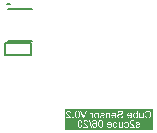
<source format=gbo>
G04*
G04 #@! TF.GenerationSoftware,Altium Limited,Altium Designer,20.0.13 (296)*
G04*
G04 Layer_Color=32896*
%FSLAX25Y25*%
%MOIN*%
G70*
G01*
G75*
%ADD10C,0.00787*%
%ADD11C,0.00591*%
G36*
X14764Y-31244D02*
Y-35039D01*
X-14764D01*
Y-31244D01*
Y-27953D01*
X14764D01*
Y-31244D01*
D02*
G37*
%LPC*%
G36*
X-13408Y-28675D02*
X-13444D01*
X-13468Y-28678D01*
X-13498Y-28681D01*
X-13534Y-28686D01*
X-13575Y-28692D01*
X-13616Y-28700D01*
X-13662Y-28711D01*
X-13709Y-28724D01*
X-13758Y-28741D01*
X-13804Y-28760D01*
X-13853Y-28784D01*
X-13900Y-28812D01*
X-13943Y-28842D01*
X-13984Y-28877D01*
X-13987Y-28880D01*
X-13993Y-28885D01*
X-14004Y-28899D01*
X-14017Y-28913D01*
X-14034Y-28932D01*
X-14053Y-28956D01*
X-14072Y-28984D01*
X-14091Y-29016D01*
X-14110Y-29049D01*
X-14129Y-29087D01*
X-14148Y-29128D01*
X-14165Y-29172D01*
X-14178Y-29221D01*
X-14189Y-29270D01*
X-14195Y-29322D01*
X-14197Y-29377D01*
Y-29379D01*
Y-29382D01*
Y-29390D01*
Y-29401D01*
X-14195Y-29431D01*
X-14189Y-29470D01*
X-14181Y-29516D01*
X-14170Y-29565D01*
X-14156Y-29620D01*
X-14135Y-29674D01*
Y-29677D01*
X-14132Y-29680D01*
X-14129Y-29688D01*
X-14124Y-29699D01*
X-14107Y-29729D01*
X-14085Y-29767D01*
X-14055Y-29814D01*
X-14020Y-29865D01*
X-13979Y-29920D01*
X-13927Y-29980D01*
X-13924Y-29983D01*
X-13922Y-29988D01*
X-13911Y-29996D01*
X-13900Y-30010D01*
X-13883Y-30027D01*
X-13864Y-30046D01*
X-13842Y-30070D01*
X-13815Y-30095D01*
X-13782Y-30125D01*
X-13747Y-30158D01*
X-13709Y-30196D01*
X-13665Y-30234D01*
X-13619Y-30278D01*
X-13567Y-30321D01*
X-13509Y-30371D01*
X-13449Y-30422D01*
X-13447Y-30425D01*
X-13438Y-30433D01*
X-13422Y-30444D01*
X-13406Y-30461D01*
X-13381Y-30480D01*
X-13356Y-30501D01*
X-13299Y-30551D01*
X-13239Y-30602D01*
X-13182Y-30657D01*
X-13155Y-30682D01*
X-13130Y-30703D01*
X-13108Y-30725D01*
X-13092Y-30742D01*
X-13089Y-30744D01*
X-13078Y-30755D01*
X-13064Y-30772D01*
X-13045Y-30794D01*
X-13024Y-30818D01*
X-13002Y-30845D01*
X-12958Y-30906D01*
X-14200D01*
Y-31203D01*
X-12532D01*
Y-31162D01*
X-12535Y-31135D01*
X-12538Y-31102D01*
X-12546Y-31067D01*
X-12554Y-31028D01*
X-12568Y-30990D01*
Y-30988D01*
X-12570Y-30982D01*
X-12573Y-30974D01*
X-12578Y-30960D01*
X-12587Y-30946D01*
X-12595Y-30927D01*
X-12617Y-30884D01*
X-12644Y-30832D01*
X-12679Y-30775D01*
X-12720Y-30714D01*
X-12770Y-30654D01*
X-12772Y-30652D01*
X-12775Y-30646D01*
X-12783Y-30638D01*
X-12797Y-30624D01*
X-12810Y-30611D01*
X-12830Y-30592D01*
X-12849Y-30570D01*
X-12873Y-30545D01*
X-12901Y-30518D01*
X-12931Y-30491D01*
X-12963Y-30458D01*
X-13002Y-30425D01*
X-13040Y-30390D01*
X-13083Y-30354D01*
X-13127Y-30316D01*
X-13176Y-30275D01*
X-13182Y-30272D01*
X-13195Y-30259D01*
X-13215Y-30242D01*
X-13242Y-30218D01*
X-13275Y-30190D01*
X-13313Y-30158D01*
X-13356Y-30122D01*
X-13400Y-30081D01*
X-13493Y-29996D01*
X-13583Y-29906D01*
X-13627Y-29863D01*
X-13668Y-29819D01*
X-13703Y-29778D01*
X-13733Y-29740D01*
X-13736Y-29737D01*
X-13739Y-29732D01*
X-13747Y-29721D01*
X-13755Y-29707D01*
X-13769Y-29688D01*
X-13780Y-29669D01*
X-13807Y-29620D01*
X-13834Y-29562D01*
X-13859Y-29500D01*
X-13875Y-29434D01*
X-13878Y-29401D01*
X-13881Y-29369D01*
Y-29366D01*
Y-29360D01*
Y-29349D01*
X-13878Y-29338D01*
Y-29322D01*
X-13872Y-29303D01*
X-13864Y-29262D01*
X-13848Y-29213D01*
X-13823Y-29161D01*
X-13810Y-29134D01*
X-13791Y-29109D01*
X-13771Y-29085D01*
X-13747Y-29060D01*
X-13744Y-29057D01*
X-13742Y-29055D01*
X-13733Y-29049D01*
X-13722Y-29041D01*
X-13709Y-29030D01*
X-13692Y-29019D01*
X-13654Y-28995D01*
X-13602Y-28973D01*
X-13545Y-28951D01*
X-13477Y-28937D01*
X-13438Y-28932D01*
X-13378D01*
X-13362Y-28934D01*
X-13343D01*
X-13321Y-28940D01*
X-13272Y-28948D01*
X-13215Y-28964D01*
X-13155Y-28989D01*
X-13125Y-29006D01*
X-13094Y-29022D01*
X-13067Y-29044D01*
X-13040Y-29068D01*
X-13037Y-29071D01*
X-13034Y-29074D01*
X-13029Y-29082D01*
X-13018Y-29093D01*
X-13010Y-29107D01*
X-12999Y-29123D01*
X-12985Y-29142D01*
X-12974Y-29164D01*
X-12961Y-29188D01*
X-12950Y-29216D01*
X-12928Y-29281D01*
X-12912Y-29352D01*
X-12909Y-29393D01*
X-12906Y-29437D01*
X-12589Y-29404D01*
Y-29399D01*
X-12592Y-29388D01*
X-12595Y-29371D01*
X-12598Y-29347D01*
X-12603Y-29317D01*
X-12611Y-29281D01*
X-12619Y-29243D01*
X-12633Y-29202D01*
X-12647Y-29161D01*
X-12663Y-29115D01*
X-12685Y-29071D01*
X-12707Y-29027D01*
X-12734Y-28981D01*
X-12764Y-28940D01*
X-12797Y-28899D01*
X-12835Y-28863D01*
X-12838Y-28861D01*
X-12846Y-28855D01*
X-12857Y-28847D01*
X-12873Y-28833D01*
X-12895Y-28820D01*
X-12923Y-28803D01*
X-12953Y-28787D01*
X-12988Y-28768D01*
X-13026Y-28752D01*
X-13070Y-28735D01*
X-13116Y-28719D01*
X-13168Y-28705D01*
X-13223Y-28692D01*
X-13280Y-28683D01*
X-13343Y-28678D01*
X-13408Y-28675D01*
D02*
G37*
G36*
X9646Y-28683D02*
X9338D01*
Y-29581D01*
X9335Y-29579D01*
X9330Y-29571D01*
X9319Y-29560D01*
X9302Y-29543D01*
X9283Y-29524D01*
X9262Y-29502D01*
X9234Y-29480D01*
X9201Y-29459D01*
X9169Y-29437D01*
X9131Y-29412D01*
X9089Y-29393D01*
X9046Y-29374D01*
X8997Y-29358D01*
X8948Y-29347D01*
X8893Y-29338D01*
X8838Y-29336D01*
X8808D01*
X8795Y-29338D01*
X8776D01*
X8735Y-29344D01*
X8686Y-29352D01*
X8631Y-29366D01*
X8576Y-29382D01*
X8519Y-29404D01*
X8516D01*
X8513Y-29407D01*
X8505Y-29412D01*
X8494Y-29418D01*
X8467Y-29431D01*
X8432Y-29453D01*
X8393Y-29480D01*
X8352Y-29513D01*
X8311Y-29552D01*
X8273Y-29595D01*
X8268Y-29601D01*
X8257Y-29617D01*
X8241Y-29644D01*
X8216Y-29677D01*
X8191Y-29721D01*
X8167Y-29773D01*
X8142Y-29830D01*
X8120Y-29893D01*
Y-29895D01*
X8118Y-29901D01*
X8115Y-29909D01*
X8112Y-29923D01*
X8107Y-29939D01*
X8101Y-29958D01*
X8096Y-29980D01*
X8090Y-30005D01*
X8082Y-30059D01*
X8071Y-30122D01*
X8066Y-30190D01*
X8063Y-30264D01*
Y-30286D01*
X8066Y-30308D01*
Y-30340D01*
X8071Y-30381D01*
X8077Y-30425D01*
X8082Y-30477D01*
X8093Y-30531D01*
X8104Y-30589D01*
X8120Y-30646D01*
X8140Y-30709D01*
X8161Y-30769D01*
X8189Y-30829D01*
X8221Y-30886D01*
X8257Y-30938D01*
X8298Y-30990D01*
X8301Y-30993D01*
X8309Y-31001D01*
X8322Y-31015D01*
X8339Y-31028D01*
X8361Y-31050D01*
X8388Y-31069D01*
X8421Y-31094D01*
X8453Y-31116D01*
X8494Y-31140D01*
X8535Y-31165D01*
X8582Y-31184D01*
X8631Y-31203D01*
X8683Y-31220D01*
X8737Y-31233D01*
X8795Y-31241D01*
X8855Y-31244D01*
X8868D01*
X8885Y-31241D01*
X8907Y-31239D01*
X8934Y-31236D01*
X8967Y-31230D01*
X9002Y-31222D01*
X9038Y-31211D01*
X9079Y-31198D01*
X9120Y-31179D01*
X9161Y-31157D01*
X9204Y-31132D01*
X9245Y-31099D01*
X9286Y-31064D01*
X9324Y-31023D01*
X9360Y-30977D01*
Y-31203D01*
X9646D01*
Y-28683D01*
D02*
G37*
G36*
X-7159D02*
X-7523D01*
X-8178Y-30515D01*
Y-30518D01*
X-8180Y-30526D01*
X-8186Y-30537D01*
X-8191Y-30553D01*
X-8197Y-30573D01*
X-8205Y-30594D01*
X-8213Y-30619D01*
X-8224Y-30649D01*
X-8243Y-30712D01*
X-8265Y-30780D01*
X-8287Y-30854D01*
X-8309Y-30927D01*
Y-30925D01*
X-8311Y-30919D01*
X-8314Y-30906D01*
X-8320Y-30892D01*
X-8325Y-30873D01*
X-8331Y-30851D01*
X-8339Y-30826D01*
X-8347Y-30799D01*
X-8366Y-30736D01*
X-8391Y-30665D01*
X-8418Y-30592D01*
X-8445Y-30515D01*
X-9125Y-28683D01*
X-9464D01*
X-8481Y-31203D01*
X-8137D01*
X-7159Y-28683D01*
D02*
G37*
G36*
X13013Y-28640D02*
X12977D01*
X12950Y-28642D01*
X12917Y-28645D01*
X12879Y-28651D01*
X12838Y-28656D01*
X12791Y-28664D01*
X12742Y-28675D01*
X12690Y-28686D01*
X12639Y-28702D01*
X12584Y-28722D01*
X12529Y-28743D01*
X12477Y-28771D01*
X12426Y-28798D01*
X12376Y-28833D01*
X12374Y-28836D01*
X12365Y-28842D01*
X12352Y-28853D01*
X12336Y-28869D01*
X12314Y-28888D01*
X12289Y-28913D01*
X12264Y-28940D01*
X12235Y-28973D01*
X12205Y-29008D01*
X12174Y-29049D01*
X12144Y-29093D01*
X12117Y-29142D01*
X12087Y-29194D01*
X12062Y-29251D01*
X12038Y-29311D01*
X12016Y-29374D01*
X12344Y-29451D01*
Y-29448D01*
X12349Y-29439D01*
X12352Y-29423D01*
X12360Y-29404D01*
X12368Y-29382D01*
X12382Y-29358D01*
X12409Y-29298D01*
X12445Y-29232D01*
X12491Y-29164D01*
X12540Y-29101D01*
X12570Y-29074D01*
X12600Y-29049D01*
X12603Y-29046D01*
X12608Y-29044D01*
X12617Y-29038D01*
X12630Y-29030D01*
X12647Y-29019D01*
X12666Y-29008D01*
X12688Y-28997D01*
X12715Y-28986D01*
X12745Y-28975D01*
X12775Y-28964D01*
X12846Y-28943D01*
X12928Y-28929D01*
X12972Y-28924D01*
X13045D01*
X13067Y-28926D01*
X13092Y-28929D01*
X13122Y-28932D01*
X13155Y-28934D01*
X13187Y-28940D01*
X13266Y-28959D01*
X13348Y-28984D01*
X13389Y-29000D01*
X13430Y-29019D01*
X13468Y-29041D01*
X13507Y-29065D01*
X13509Y-29068D01*
X13515Y-29071D01*
X13526Y-29079D01*
X13539Y-29090D01*
X13553Y-29104D01*
X13572Y-29123D01*
X13591Y-29142D01*
X13613Y-29164D01*
X13635Y-29191D01*
X13659Y-29218D01*
X13703Y-29281D01*
X13744Y-29355D01*
X13780Y-29439D01*
Y-29442D01*
X13782Y-29451D01*
X13788Y-29464D01*
X13791Y-29480D01*
X13796Y-29502D01*
X13804Y-29527D01*
X13810Y-29557D01*
X13818Y-29587D01*
X13826Y-29622D01*
X13832Y-29661D01*
X13845Y-29743D01*
X13853Y-29830D01*
X13856Y-29923D01*
Y-29926D01*
Y-29936D01*
Y-29953D01*
X13853Y-29977D01*
Y-30005D01*
X13851Y-30037D01*
X13848Y-30073D01*
X13845Y-30114D01*
X13840Y-30158D01*
X13834Y-30201D01*
X13818Y-30297D01*
X13793Y-30392D01*
X13763Y-30485D01*
Y-30488D01*
X13758Y-30496D01*
X13752Y-30507D01*
X13747Y-30523D01*
X13736Y-30545D01*
X13722Y-30567D01*
X13692Y-30619D01*
X13651Y-30679D01*
X13602Y-30736D01*
X13542Y-30794D01*
X13509Y-30818D01*
X13474Y-30843D01*
X13471D01*
X13466Y-30848D01*
X13455Y-30854D01*
X13438Y-30862D01*
X13419Y-30870D01*
X13397Y-30881D01*
X13373Y-30889D01*
X13346Y-30900D01*
X13283Y-30922D01*
X13209Y-30941D01*
X13130Y-30955D01*
X13089Y-30957D01*
X13045Y-30960D01*
X13018D01*
X12999Y-30957D01*
X12974Y-30955D01*
X12947Y-30952D01*
X12914Y-30946D01*
X12881Y-30941D01*
X12805Y-30922D01*
X12767Y-30908D01*
X12726Y-30892D01*
X12685Y-30873D01*
X12647Y-30851D01*
X12608Y-30826D01*
X12570Y-30799D01*
X12567Y-30796D01*
X12562Y-30791D01*
X12551Y-30783D01*
X12538Y-30769D01*
X12524Y-30753D01*
X12505Y-30731D01*
X12486Y-30706D01*
X12464Y-30679D01*
X12442Y-30646D01*
X12420Y-30611D01*
X12398Y-30573D01*
X12376Y-30529D01*
X12357Y-30482D01*
X12338Y-30430D01*
X12319Y-30376D01*
X12306Y-30319D01*
X11972Y-30403D01*
Y-30409D01*
X11978Y-30422D01*
X11983Y-30441D01*
X11994Y-30472D01*
X12005Y-30504D01*
X12022Y-30545D01*
X12038Y-30589D01*
X12060Y-30635D01*
X12084Y-30687D01*
X12112Y-30736D01*
X12142Y-30791D01*
X12177Y-30843D01*
X12215Y-30892D01*
X12256Y-30941D01*
X12303Y-30988D01*
X12352Y-31031D01*
X12355Y-31034D01*
X12365Y-31039D01*
X12379Y-31050D01*
X12401Y-31064D01*
X12426Y-31080D01*
X12458Y-31099D01*
X12494Y-31119D01*
X12538Y-31138D01*
X12584Y-31157D01*
X12633Y-31176D01*
X12688Y-31195D01*
X12748Y-31211D01*
X12810Y-31225D01*
X12876Y-31236D01*
X12944Y-31241D01*
X13018Y-31244D01*
X13056D01*
X13086Y-31241D01*
X13119Y-31239D01*
X13160Y-31236D01*
X13204Y-31230D01*
X13253Y-31222D01*
X13305Y-31214D01*
X13359Y-31203D01*
X13414Y-31190D01*
X13468Y-31176D01*
X13526Y-31157D01*
X13580Y-31135D01*
X13632Y-31110D01*
X13681Y-31080D01*
X13684Y-31078D01*
X13692Y-31072D01*
X13706Y-31064D01*
X13722Y-31050D01*
X13744Y-31031D01*
X13769Y-31012D01*
X13796Y-30988D01*
X13826Y-30957D01*
X13856Y-30925D01*
X13889Y-30889D01*
X13919Y-30851D01*
X13952Y-30807D01*
X13984Y-30761D01*
X14014Y-30712D01*
X14042Y-30657D01*
X14069Y-30600D01*
X14072Y-30597D01*
X14074Y-30586D01*
X14080Y-30567D01*
X14088Y-30545D01*
X14099Y-30515D01*
X14110Y-30482D01*
X14121Y-30441D01*
X14135Y-30398D01*
X14145Y-30349D01*
X14159Y-30297D01*
X14170Y-30242D01*
X14178Y-30182D01*
X14195Y-30057D01*
X14197Y-29991D01*
X14200Y-29926D01*
Y-29887D01*
X14197Y-29860D01*
X14195Y-29825D01*
X14192Y-29783D01*
X14186Y-29740D01*
X14181Y-29691D01*
X14173Y-29639D01*
X14165Y-29584D01*
X14137Y-29467D01*
X14118Y-29410D01*
X14099Y-29352D01*
X14077Y-29292D01*
X14050Y-29237D01*
X14047Y-29235D01*
X14042Y-29224D01*
X14034Y-29210D01*
X14023Y-29188D01*
X14006Y-29164D01*
X13987Y-29136D01*
X13965Y-29107D01*
X13941Y-29071D01*
X13911Y-29038D01*
X13881Y-29000D01*
X13845Y-28964D01*
X13807Y-28926D01*
X13766Y-28891D01*
X13722Y-28855D01*
X13673Y-28823D01*
X13624Y-28793D01*
X13621Y-28790D01*
X13610Y-28787D01*
X13597Y-28779D01*
X13575Y-28768D01*
X13550Y-28757D01*
X13518Y-28743D01*
X13482Y-28730D01*
X13444Y-28716D01*
X13400Y-28702D01*
X13351Y-28689D01*
X13302Y-28675D01*
X13247Y-28664D01*
X13135Y-28645D01*
X13075Y-28642D01*
X13013Y-28640D01*
D02*
G37*
G36*
X11609Y-29377D02*
X11301D01*
Y-30390D01*
Y-30392D01*
Y-30400D01*
Y-30411D01*
Y-30428D01*
Y-30450D01*
Y-30472D01*
X11298Y-30521D01*
Y-30575D01*
X11293Y-30630D01*
X11290Y-30679D01*
X11287Y-30701D01*
X11284Y-30717D01*
X11282Y-30723D01*
X11279Y-30736D01*
X11271Y-30761D01*
X11257Y-30788D01*
X11241Y-30818D01*
X11219Y-30848D01*
X11192Y-30881D01*
X11159Y-30908D01*
X11153Y-30911D01*
X11142Y-30919D01*
X11121Y-30930D01*
X11093Y-30941D01*
X11061Y-30955D01*
X11020Y-30966D01*
X10973Y-30974D01*
X10924Y-30977D01*
X10899D01*
X10875Y-30974D01*
X10840Y-30968D01*
X10798Y-30960D01*
X10755Y-30946D01*
X10711Y-30930D01*
X10665Y-30906D01*
X10662D01*
X10659Y-30903D01*
X10646Y-30892D01*
X10624Y-30876D01*
X10597Y-30854D01*
X10569Y-30826D01*
X10539Y-30794D01*
X10512Y-30755D01*
X10490Y-30712D01*
Y-30709D01*
X10487Y-30706D01*
X10485Y-30698D01*
X10482Y-30690D01*
X10479Y-30676D01*
X10474Y-30660D01*
X10468Y-30643D01*
X10463Y-30622D01*
X10454Y-30570D01*
X10446Y-30510D01*
X10441Y-30439D01*
X10438Y-30357D01*
Y-29377D01*
X10130D01*
Y-31203D01*
X10405D01*
Y-30936D01*
X10408Y-30938D01*
X10416Y-30949D01*
X10427Y-30963D01*
X10444Y-30985D01*
X10465Y-31007D01*
X10493Y-31034D01*
X10523Y-31061D01*
X10558Y-31089D01*
X10599Y-31119D01*
X10643Y-31146D01*
X10689Y-31173D01*
X10741Y-31195D01*
X10798Y-31217D01*
X10856Y-31230D01*
X10919Y-31241D01*
X10987Y-31244D01*
X11014D01*
X11044Y-31241D01*
X11085Y-31236D01*
X11132Y-31230D01*
X11183Y-31220D01*
X11235Y-31203D01*
X11290Y-31184D01*
X11293D01*
X11295Y-31181D01*
X11312Y-31173D01*
X11336Y-31159D01*
X11369Y-31140D01*
X11402Y-31119D01*
X11437Y-31091D01*
X11470Y-31061D01*
X11497Y-31028D01*
X11500Y-31023D01*
X11508Y-31012D01*
X11519Y-30990D01*
X11533Y-30963D01*
X11549Y-30930D01*
X11566Y-30892D01*
X11579Y-30848D01*
X11593Y-30799D01*
Y-30794D01*
X11596Y-30783D01*
X11598Y-30758D01*
X11601Y-30728D01*
X11604Y-30687D01*
X11607Y-30638D01*
X11609Y-30578D01*
Y-29377D01*
D02*
G37*
G36*
X6938Y-29336D02*
X6922D01*
X6903Y-29338D01*
X6878D01*
X6846Y-29344D01*
X6810Y-29349D01*
X6769Y-29358D01*
X6725Y-29366D01*
X6679Y-29379D01*
X6633Y-29396D01*
X6581Y-29418D01*
X6532Y-29442D01*
X6482Y-29470D01*
X6433Y-29505D01*
X6384Y-29543D01*
X6340Y-29587D01*
X6338Y-29590D01*
X6329Y-29598D01*
X6319Y-29612D01*
X6305Y-29633D01*
X6286Y-29658D01*
X6267Y-29688D01*
X6245Y-29726D01*
X6223Y-29767D01*
X6204Y-29814D01*
X6182Y-29865D01*
X6163Y-29923D01*
X6144Y-29985D01*
X6130Y-30054D01*
X6119Y-30128D01*
X6111Y-30204D01*
X6108Y-30286D01*
Y-30332D01*
X6111Y-30368D01*
X7473D01*
Y-30371D01*
Y-30381D01*
X7471Y-30398D01*
X7468Y-30417D01*
X7465Y-30444D01*
X7460Y-30472D01*
X7454Y-30504D01*
X7446Y-30540D01*
X7424Y-30613D01*
X7394Y-30693D01*
X7375Y-30728D01*
X7356Y-30766D01*
X7331Y-30799D01*
X7304Y-30832D01*
X7301Y-30835D01*
X7296Y-30837D01*
X7288Y-30845D01*
X7277Y-30856D01*
X7260Y-30867D01*
X7244Y-30881D01*
X7222Y-30897D01*
X7198Y-30911D01*
X7143Y-30941D01*
X7078Y-30966D01*
X7042Y-30977D01*
X7004Y-30982D01*
X6963Y-30988D01*
X6922Y-30990D01*
X6905D01*
X6895Y-30988D01*
X6862Y-30985D01*
X6821Y-30979D01*
X6777Y-30968D01*
X6728Y-30952D01*
X6679Y-30933D01*
X6633Y-30903D01*
X6630D01*
X6627Y-30897D01*
X6613Y-30886D01*
X6592Y-30865D01*
X6564Y-30832D01*
X6534Y-30794D01*
X6502Y-30742D01*
X6469Y-30682D01*
X6441Y-30613D01*
X6119Y-30654D01*
Y-30657D01*
X6122Y-30668D01*
X6128Y-30682D01*
X6136Y-30701D01*
X6144Y-30725D01*
X6155Y-30753D01*
X6168Y-30783D01*
X6182Y-30816D01*
X6220Y-30884D01*
X6269Y-30957D01*
X6300Y-30993D01*
X6329Y-31028D01*
X6362Y-31061D01*
X6401Y-31091D01*
X6403Y-31094D01*
X6409Y-31097D01*
X6422Y-31105D01*
X6436Y-31116D01*
X6458Y-31127D01*
X6482Y-31140D01*
X6510Y-31154D01*
X6542Y-31168D01*
X6578Y-31181D01*
X6619Y-31195D01*
X6660Y-31209D01*
X6706Y-31220D01*
X6755Y-31230D01*
X6807Y-31239D01*
X6865Y-31241D01*
X6922Y-31244D01*
X6938D01*
X6960Y-31241D01*
X6987D01*
X7023Y-31236D01*
X7061Y-31230D01*
X7105Y-31222D01*
X7151Y-31214D01*
X7200Y-31200D01*
X7252Y-31184D01*
X7307Y-31165D01*
X7359Y-31140D01*
X7413Y-31113D01*
X7462Y-31080D01*
X7512Y-31042D01*
X7558Y-30998D01*
X7561Y-30996D01*
X7569Y-30988D01*
X7580Y-30974D01*
X7593Y-30952D01*
X7613Y-30927D01*
X7632Y-30897D01*
X7654Y-30862D01*
X7673Y-30821D01*
X7694Y-30775D01*
X7716Y-30723D01*
X7735Y-30665D01*
X7755Y-30602D01*
X7768Y-30537D01*
X7779Y-30466D01*
X7787Y-30390D01*
X7790Y-30308D01*
Y-30289D01*
X7787Y-30264D01*
Y-30231D01*
X7782Y-30193D01*
X7776Y-30149D01*
X7771Y-30097D01*
X7760Y-30046D01*
X7749Y-29988D01*
X7733Y-29931D01*
X7714Y-29871D01*
X7692Y-29811D01*
X7665Y-29754D01*
X7632Y-29696D01*
X7596Y-29642D01*
X7555Y-29592D01*
X7553Y-29590D01*
X7544Y-29581D01*
X7531Y-29568D01*
X7512Y-29552D01*
X7490Y-29532D01*
X7460Y-29511D01*
X7427Y-29489D01*
X7389Y-29464D01*
X7348Y-29439D01*
X7301Y-29418D01*
X7249Y-29396D01*
X7195Y-29377D01*
X7135Y-29360D01*
X7075Y-29347D01*
X7006Y-29338D01*
X6938Y-29336D01*
D02*
G37*
G36*
X1656D02*
X1639D01*
X1620Y-29338D01*
X1596D01*
X1563Y-29344D01*
X1527Y-29349D01*
X1486Y-29358D01*
X1443Y-29366D01*
X1396Y-29379D01*
X1350Y-29396D01*
X1298Y-29418D01*
X1249Y-29442D01*
X1200Y-29470D01*
X1151Y-29505D01*
X1101Y-29543D01*
X1058Y-29587D01*
X1055Y-29590D01*
X1047Y-29598D01*
X1036Y-29612D01*
X1022Y-29633D01*
X1003Y-29658D01*
X984Y-29688D01*
X962Y-29726D01*
X941Y-29767D01*
X921Y-29814D01*
X900Y-29865D01*
X880Y-29923D01*
X861Y-29985D01*
X848Y-30054D01*
X837Y-30128D01*
X829Y-30204D01*
X826Y-30286D01*
Y-30332D01*
X829Y-30368D01*
X2191D01*
Y-30371D01*
Y-30381D01*
X2188Y-30398D01*
X2185Y-30417D01*
X2183Y-30444D01*
X2177Y-30472D01*
X2172Y-30504D01*
X2163Y-30540D01*
X2142Y-30613D01*
X2112Y-30693D01*
X2093Y-30728D01*
X2073Y-30766D01*
X2049Y-30799D01*
X2022Y-30832D01*
X2019Y-30835D01*
X2013Y-30837D01*
X2005Y-30845D01*
X1994Y-30856D01*
X1978Y-30867D01*
X1962Y-30881D01*
X1940Y-30897D01*
X1915Y-30911D01*
X1860Y-30941D01*
X1795Y-30966D01*
X1760Y-30977D01*
X1721Y-30982D01*
X1680Y-30988D01*
X1639Y-30990D01*
X1623D01*
X1612Y-30988D01*
X1579Y-30985D01*
X1538Y-30979D01*
X1495Y-30968D01*
X1445Y-30952D01*
X1396Y-30933D01*
X1350Y-30903D01*
X1347D01*
X1345Y-30897D01*
X1331Y-30886D01*
X1309Y-30865D01*
X1282Y-30832D01*
X1252Y-30794D01*
X1219Y-30742D01*
X1186Y-30682D01*
X1159Y-30613D01*
X837Y-30654D01*
Y-30657D01*
X840Y-30668D01*
X845Y-30682D01*
X853Y-30701D01*
X861Y-30725D01*
X872Y-30753D01*
X886Y-30783D01*
X900Y-30816D01*
X938Y-30884D01*
X987Y-30957D01*
X1017Y-30993D01*
X1047Y-31028D01*
X1080Y-31061D01*
X1118Y-31091D01*
X1121Y-31094D01*
X1126Y-31097D01*
X1140Y-31105D01*
X1153Y-31116D01*
X1175Y-31127D01*
X1200Y-31140D01*
X1227Y-31154D01*
X1260Y-31168D01*
X1295Y-31181D01*
X1336Y-31195D01*
X1377Y-31209D01*
X1424Y-31220D01*
X1473Y-31230D01*
X1525Y-31239D01*
X1582Y-31241D01*
X1639Y-31244D01*
X1656D01*
X1678Y-31241D01*
X1705D01*
X1740Y-31236D01*
X1779Y-31230D01*
X1822Y-31222D01*
X1869Y-31214D01*
X1918Y-31200D01*
X1970Y-31184D01*
X2024Y-31165D01*
X2076Y-31140D01*
X2131Y-31113D01*
X2180Y-31080D01*
X2229Y-31042D01*
X2276Y-30998D01*
X2278Y-30996D01*
X2286Y-30988D01*
X2297Y-30974D01*
X2311Y-30952D01*
X2330Y-30927D01*
X2349Y-30897D01*
X2371Y-30862D01*
X2390Y-30821D01*
X2412Y-30775D01*
X2434Y-30723D01*
X2453Y-30665D01*
X2472Y-30602D01*
X2486Y-30537D01*
X2497Y-30466D01*
X2505Y-30390D01*
X2507Y-30308D01*
Y-30289D01*
X2505Y-30264D01*
Y-30231D01*
X2499Y-30193D01*
X2494Y-30149D01*
X2488Y-30097D01*
X2478Y-30046D01*
X2467Y-29988D01*
X2450Y-29931D01*
X2431Y-29871D01*
X2409Y-29811D01*
X2382Y-29754D01*
X2349Y-29696D01*
X2314Y-29642D01*
X2273Y-29592D01*
X2270Y-29590D01*
X2262Y-29581D01*
X2248Y-29568D01*
X2229Y-29552D01*
X2207Y-29532D01*
X2177Y-29511D01*
X2144Y-29489D01*
X2106Y-29464D01*
X2065Y-29439D01*
X2019Y-29418D01*
X1967Y-29396D01*
X1912Y-29377D01*
X1852Y-29360D01*
X1792Y-29347D01*
X1724Y-29338D01*
X1656Y-29336D01*
D02*
G37*
G36*
X-411D02*
X-438D01*
X-454Y-29338D01*
X-471D01*
X-512Y-29344D01*
X-558Y-29349D01*
X-610Y-29360D01*
X-662Y-29377D01*
X-714Y-29396D01*
X-717D01*
X-719Y-29399D01*
X-736Y-29407D01*
X-760Y-29420D01*
X-793Y-29437D01*
X-826Y-29461D01*
X-861Y-29486D01*
X-894Y-29516D01*
X-921Y-29552D01*
X-924Y-29557D01*
X-932Y-29568D01*
X-943Y-29590D01*
X-960Y-29617D01*
X-976Y-29650D01*
X-990Y-29688D01*
X-1006Y-29732D01*
X-1017Y-29781D01*
Y-29783D01*
X-1020Y-29797D01*
X-1022Y-29819D01*
X-1028Y-29849D01*
X-1031Y-29890D01*
Y-29915D01*
X-1033Y-29942D01*
Y-29972D01*
X-1036Y-30007D01*
Y-31203D01*
X-728D01*
Y-30092D01*
Y-30089D01*
Y-30084D01*
Y-30073D01*
Y-30062D01*
Y-30046D01*
X-725Y-30027D01*
X-722Y-29985D01*
X-719Y-29939D01*
X-711Y-29893D01*
X-703Y-29849D01*
X-689Y-29811D01*
X-687Y-29805D01*
X-681Y-29794D01*
X-673Y-29778D01*
X-659Y-29756D01*
X-643Y-29732D01*
X-621Y-29707D01*
X-594Y-29682D01*
X-561Y-29661D01*
X-558Y-29658D01*
X-545Y-29653D01*
X-526Y-29642D01*
X-501Y-29631D01*
X-468Y-29622D01*
X-433Y-29612D01*
X-392Y-29606D01*
X-345Y-29603D01*
X-326D01*
X-313Y-29606D01*
X-296D01*
X-274Y-29609D01*
X-228Y-29620D01*
X-176Y-29633D01*
X-119Y-29655D01*
X-61Y-29688D01*
X-31Y-29707D01*
X-4Y-29729D01*
X-1Y-29732D01*
X1Y-29734D01*
X10Y-29743D01*
X18Y-29754D01*
X29Y-29770D01*
X40Y-29786D01*
X53Y-29808D01*
X67Y-29835D01*
X81Y-29865D01*
X94Y-29901D01*
X105Y-29939D01*
X116Y-29983D01*
X124Y-30032D01*
X132Y-30084D01*
X135Y-30144D01*
X138Y-30207D01*
Y-31203D01*
X446D01*
Y-29377D01*
X168D01*
Y-29639D01*
X165Y-29636D01*
X160Y-29625D01*
X146Y-29612D01*
X130Y-29592D01*
X111Y-29568D01*
X86Y-29543D01*
X56Y-29516D01*
X21Y-29486D01*
X-18Y-29459D01*
X-61Y-29431D01*
X-108Y-29407D01*
X-160Y-29382D01*
X-217Y-29363D01*
X-277Y-29349D01*
X-343Y-29338D01*
X-411Y-29336D01*
D02*
G37*
G36*
X-5898D02*
X-5914D01*
X-5926Y-29338D01*
X-5939D01*
X-5956Y-29341D01*
X-5996Y-29349D01*
X-6046Y-29360D01*
X-6098Y-29379D01*
X-6157Y-29404D01*
X-6218Y-29437D01*
X-6108Y-29724D01*
X-6103Y-29721D01*
X-6089Y-29713D01*
X-6067Y-29702D01*
X-6037Y-29688D01*
X-6005Y-29677D01*
X-5966Y-29666D01*
X-5926Y-29658D01*
X-5882Y-29655D01*
X-5865D01*
X-5846Y-29658D01*
X-5822Y-29663D01*
X-5792Y-29672D01*
X-5762Y-29682D01*
X-5732Y-29696D01*
X-5699Y-29718D01*
X-5696Y-29721D01*
X-5685Y-29729D01*
X-5672Y-29743D01*
X-5655Y-29762D01*
X-5636Y-29786D01*
X-5617Y-29814D01*
X-5601Y-29849D01*
X-5584Y-29887D01*
Y-29890D01*
X-5582Y-29895D01*
X-5579Y-29904D01*
X-5576Y-29915D01*
X-5573Y-29931D01*
X-5568Y-29950D01*
X-5560Y-29994D01*
X-5551Y-30048D01*
X-5543Y-30108D01*
X-5538Y-30177D01*
X-5535Y-30248D01*
Y-31203D01*
X-5227D01*
Y-29377D01*
X-5505D01*
Y-29653D01*
X-5511Y-29647D01*
X-5516Y-29636D01*
X-5524Y-29625D01*
X-5543Y-29590D01*
X-5571Y-29552D01*
X-5601Y-29508D01*
X-5633Y-29464D01*
X-5666Y-29429D01*
X-5685Y-29412D01*
X-5702Y-29399D01*
X-5707Y-29396D01*
X-5718Y-29388D01*
X-5737Y-29379D01*
X-5759Y-29366D01*
X-5789Y-29355D01*
X-5822Y-29347D01*
X-5860Y-29338D01*
X-5898Y-29336D01*
D02*
G37*
G36*
X-11770Y-30851D02*
X-12123D01*
Y-31203D01*
X-11770D01*
Y-30851D01*
D02*
G37*
G36*
X3842Y-28640D02*
X3796D01*
X3771Y-28642D01*
X3742Y-28645D01*
X3711Y-28648D01*
X3676Y-28651D01*
X3599Y-28662D01*
X3515Y-28678D01*
X3430Y-28702D01*
X3348Y-28732D01*
X3346D01*
X3340Y-28738D01*
X3326Y-28741D01*
X3313Y-28749D01*
X3297Y-28760D01*
X3275Y-28771D01*
X3228Y-28798D01*
X3174Y-28836D01*
X3119Y-28883D01*
X3067Y-28934D01*
X3021Y-28997D01*
X3018Y-29000D01*
X3015Y-29006D01*
X3010Y-29014D01*
X3002Y-29027D01*
X2993Y-29044D01*
X2983Y-29063D01*
X2974Y-29087D01*
X2961Y-29112D01*
X2939Y-29169D01*
X2920Y-29237D01*
X2903Y-29311D01*
X2895Y-29393D01*
X3215Y-29418D01*
Y-29415D01*
X3217Y-29407D01*
Y-29396D01*
X3220Y-29379D01*
X3226Y-29358D01*
X3231Y-29336D01*
X3247Y-29284D01*
X3269Y-29227D01*
X3302Y-29166D01*
X3340Y-29109D01*
X3365Y-29085D01*
X3392Y-29060D01*
X3395Y-29057D01*
X3398Y-29055D01*
X3408Y-29049D01*
X3419Y-29041D01*
X3436Y-29033D01*
X3455Y-29022D01*
X3477Y-29011D01*
X3501Y-28997D01*
X3531Y-28986D01*
X3564Y-28975D01*
X3599Y-28964D01*
X3638Y-28956D01*
X3681Y-28948D01*
X3728Y-28943D01*
X3777Y-28937D01*
X3856D01*
X3878Y-28940D01*
X3903D01*
X3930Y-28943D01*
X3963Y-28945D01*
X3995Y-28951D01*
X4069Y-28964D01*
X4140Y-28984D01*
X4208Y-29011D01*
X4241Y-29030D01*
X4268Y-29049D01*
X4271D01*
X4274Y-29055D01*
X4290Y-29068D01*
X4312Y-29093D01*
X4337Y-29126D01*
X4361Y-29164D01*
X4383Y-29210D01*
X4399Y-29259D01*
X4402Y-29287D01*
X4405Y-29317D01*
Y-29319D01*
Y-29322D01*
X4402Y-29338D01*
X4399Y-29363D01*
X4394Y-29393D01*
X4380Y-29429D01*
X4364Y-29467D01*
X4342Y-29502D01*
X4309Y-29538D01*
X4304Y-29541D01*
X4298Y-29546D01*
X4287Y-29554D01*
X4274Y-29562D01*
X4257Y-29571D01*
X4236Y-29581D01*
X4211Y-29595D01*
X4181Y-29609D01*
X4146Y-29622D01*
X4104Y-29636D01*
X4058Y-29653D01*
X4003Y-29669D01*
X3946Y-29685D01*
X3881Y-29704D01*
X3807Y-29721D01*
X3802D01*
X3788Y-29724D01*
X3769Y-29729D01*
X3742Y-29737D01*
X3709Y-29743D01*
X3670Y-29754D01*
X3630Y-29762D01*
X3586Y-29775D01*
X3493Y-29800D01*
X3400Y-29825D01*
X3356Y-29838D01*
X3318Y-29852D01*
X3280Y-29865D01*
X3250Y-29879D01*
X3247D01*
X3239Y-29884D01*
X3228Y-29890D01*
X3215Y-29898D01*
X3196Y-29906D01*
X3174Y-29920D01*
X3127Y-29950D01*
X3073Y-29985D01*
X3021Y-30029D01*
X2969Y-30081D01*
X2947Y-30108D01*
X2925Y-30136D01*
Y-30138D01*
X2920Y-30144D01*
X2914Y-30152D01*
X2909Y-30163D01*
X2901Y-30177D01*
X2892Y-30196D01*
X2871Y-30239D01*
X2851Y-30291D01*
X2835Y-30351D01*
X2824Y-30420D01*
X2819Y-30493D01*
Y-30512D01*
X2822Y-30526D01*
Y-30545D01*
X2824Y-30564D01*
X2832Y-30616D01*
X2846Y-30674D01*
X2868Y-30736D01*
X2898Y-30802D01*
X2914Y-30837D01*
X2936Y-30870D01*
Y-30873D01*
X2942Y-30878D01*
X2947Y-30886D01*
X2958Y-30900D01*
X2983Y-30930D01*
X3021Y-30971D01*
X3067Y-31015D01*
X3125Y-31061D01*
X3190Y-31105D01*
X3266Y-31146D01*
X3269D01*
X3277Y-31151D01*
X3288Y-31154D01*
X3305Y-31162D01*
X3324Y-31168D01*
X3348Y-31176D01*
X3376Y-31187D01*
X3408Y-31195D01*
X3441Y-31203D01*
X3479Y-31214D01*
X3561Y-31228D01*
X3651Y-31239D01*
X3750Y-31244D01*
X3782D01*
X3807Y-31241D01*
X3837D01*
X3870Y-31239D01*
X3908Y-31236D01*
X3952Y-31230D01*
X4042Y-31220D01*
X4137Y-31203D01*
X4233Y-31179D01*
X4326Y-31146D01*
X4328D01*
X4337Y-31140D01*
X4347Y-31135D01*
X4364Y-31127D01*
X4383Y-31116D01*
X4405Y-31105D01*
X4457Y-31072D01*
X4514Y-31031D01*
X4574Y-30979D01*
X4634Y-30919D01*
X4686Y-30848D01*
X4689Y-30845D01*
X4691Y-30840D01*
X4697Y-30829D01*
X4705Y-30813D01*
X4716Y-30794D01*
X4727Y-30772D01*
X4741Y-30744D01*
X4752Y-30714D01*
X4765Y-30684D01*
X4776Y-30649D01*
X4798Y-30570D01*
X4814Y-30485D01*
X4820Y-30439D01*
X4823Y-30392D01*
X4509Y-30365D01*
Y-30368D01*
Y-30373D01*
X4506Y-30384D01*
X4503Y-30398D01*
X4500Y-30414D01*
X4498Y-30430D01*
X4487Y-30477D01*
X4473Y-30526D01*
X4457Y-30578D01*
X4435Y-30630D01*
X4408Y-30679D01*
X4405Y-30684D01*
X4391Y-30698D01*
X4372Y-30720D01*
X4345Y-30747D01*
X4309Y-30780D01*
X4266Y-30810D01*
X4214Y-30843D01*
X4154Y-30873D01*
X4151D01*
X4146Y-30876D01*
X4137Y-30878D01*
X4124Y-30884D01*
X4107Y-30889D01*
X4088Y-30897D01*
X4066Y-30903D01*
X4042Y-30908D01*
X3984Y-30922D01*
X3916Y-30936D01*
X3845Y-30944D01*
X3766Y-30946D01*
X3733D01*
X3717Y-30944D01*
X3698D01*
X3654Y-30938D01*
X3602Y-30933D01*
X3545Y-30925D01*
X3488Y-30911D01*
X3433Y-30892D01*
X3430D01*
X3427Y-30889D01*
X3419Y-30886D01*
X3408Y-30881D01*
X3384Y-30867D01*
X3351Y-30851D01*
X3316Y-30829D01*
X3277Y-30802D01*
X3245Y-30772D01*
X3215Y-30736D01*
X3212Y-30731D01*
X3204Y-30720D01*
X3190Y-30698D01*
X3176Y-30671D01*
X3165Y-30638D01*
X3152Y-30602D01*
X3144Y-30562D01*
X3141Y-30521D01*
Y-30518D01*
Y-30515D01*
Y-30501D01*
X3144Y-30477D01*
X3149Y-30450D01*
X3157Y-30417D01*
X3171Y-30381D01*
X3187Y-30346D01*
X3212Y-30313D01*
X3215Y-30310D01*
X3226Y-30299D01*
X3242Y-30283D01*
X3266Y-30261D01*
X3297Y-30239D01*
X3337Y-30215D01*
X3384Y-30190D01*
X3438Y-30166D01*
X3444Y-30163D01*
X3449Y-30160D01*
X3460Y-30158D01*
X3471Y-30155D01*
X3488Y-30149D01*
X3509Y-30141D01*
X3531Y-30136D01*
X3561Y-30128D01*
X3591Y-30117D01*
X3630Y-30108D01*
X3670Y-30097D01*
X3717Y-30084D01*
X3766Y-30073D01*
X3823Y-30057D01*
X3886Y-30043D01*
X3889D01*
X3900Y-30040D01*
X3919Y-30035D01*
X3941Y-30029D01*
X3971Y-30021D01*
X4003Y-30013D01*
X4036Y-30002D01*
X4075Y-29991D01*
X4156Y-29966D01*
X4236Y-29939D01*
X4274Y-29926D01*
X4309Y-29912D01*
X4342Y-29898D01*
X4369Y-29884D01*
X4372D01*
X4378Y-29879D01*
X4386Y-29874D01*
X4399Y-29868D01*
X4432Y-29849D01*
X4470Y-29822D01*
X4517Y-29786D01*
X4561Y-29748D01*
X4604Y-29702D01*
X4640Y-29653D01*
Y-29650D01*
X4642Y-29647D01*
X4648Y-29639D01*
X4653Y-29628D01*
X4667Y-29598D01*
X4683Y-29560D01*
X4700Y-29513D01*
X4713Y-29459D01*
X4724Y-29399D01*
X4727Y-29336D01*
Y-29333D01*
Y-29328D01*
Y-29317D01*
X4724Y-29303D01*
Y-29287D01*
X4721Y-29267D01*
X4713Y-29218D01*
X4700Y-29164D01*
X4683Y-29107D01*
X4656Y-29044D01*
X4620Y-28981D01*
Y-28978D01*
X4615Y-28973D01*
X4610Y-28964D01*
X4601Y-28954D01*
X4574Y-28924D01*
X4539Y-28885D01*
X4495Y-28844D01*
X4440Y-28803D01*
X4378Y-28763D01*
X4304Y-28727D01*
X4301D01*
X4296Y-28724D01*
X4282Y-28719D01*
X4268Y-28713D01*
X4249Y-28708D01*
X4225Y-28700D01*
X4197Y-28692D01*
X4167Y-28683D01*
X4135Y-28675D01*
X4099Y-28667D01*
X4023Y-28653D01*
X3935Y-28642D01*
X3842Y-28640D01*
D02*
G37*
G36*
X-2112Y-29336D02*
X-2147D01*
X-2166Y-29338D01*
X-2188D01*
X-2240Y-29344D01*
X-2297Y-29352D01*
X-2363Y-29363D01*
X-2426Y-29377D01*
X-2488Y-29399D01*
X-2491D01*
X-2497Y-29401D01*
X-2505Y-29404D01*
X-2516Y-29410D01*
X-2543Y-29423D01*
X-2581Y-29442D01*
X-2619Y-29467D01*
X-2658Y-29497D01*
X-2696Y-29530D01*
X-2729Y-29568D01*
X-2731Y-29573D01*
X-2742Y-29587D01*
X-2756Y-29612D01*
X-2772Y-29642D01*
X-2791Y-29682D01*
X-2808Y-29732D01*
X-2824Y-29786D01*
X-2838Y-29849D01*
X-2535Y-29890D01*
Y-29887D01*
Y-29884D01*
X-2529Y-29868D01*
X-2524Y-29841D01*
X-2513Y-29811D01*
X-2497Y-29775D01*
X-2475Y-29740D01*
X-2447Y-29704D01*
X-2415Y-29672D01*
X-2409Y-29669D01*
X-2396Y-29658D01*
X-2374Y-29644D01*
X-2344Y-29631D01*
X-2303Y-29614D01*
X-2254Y-29603D01*
X-2199Y-29592D01*
X-2134Y-29590D01*
X-2098D01*
X-2082Y-29592D01*
X-2063D01*
X-2016Y-29598D01*
X-1967Y-29606D01*
X-1915Y-29620D01*
X-1869Y-29636D01*
X-1850Y-29647D01*
X-1830Y-29661D01*
X-1828Y-29663D01*
X-1817Y-29674D01*
X-1803Y-29688D01*
X-1787Y-29707D01*
X-1768Y-29732D01*
X-1754Y-29762D01*
X-1743Y-29792D01*
X-1740Y-29827D01*
Y-29830D01*
Y-29838D01*
X-1743Y-29849D01*
X-1746Y-29863D01*
X-1757Y-29898D01*
X-1765Y-29917D01*
X-1776Y-29936D01*
X-1779Y-29939D01*
X-1784Y-29945D01*
X-1792Y-29953D01*
X-1806Y-29964D01*
X-1822Y-29977D01*
X-1844Y-29991D01*
X-1869Y-30005D01*
X-1896Y-30018D01*
X-1899D01*
X-1907Y-30021D01*
X-1923Y-30027D01*
X-1948Y-30035D01*
X-1964Y-30040D01*
X-1983Y-30046D01*
X-2005Y-30051D01*
X-2030Y-30059D01*
X-2060Y-30067D01*
X-2093Y-30076D01*
X-2128Y-30086D01*
X-2169Y-30097D01*
X-2172D01*
X-2183Y-30100D01*
X-2199Y-30106D01*
X-2224Y-30111D01*
X-2248Y-30119D01*
X-2278Y-30128D01*
X-2314Y-30138D01*
X-2349Y-30149D01*
X-2426Y-30171D01*
X-2499Y-30196D01*
X-2535Y-30207D01*
X-2568Y-30220D01*
X-2598Y-30231D01*
X-2625Y-30242D01*
X-2628D01*
X-2630Y-30245D01*
X-2647Y-30253D01*
X-2671Y-30264D01*
X-2699Y-30283D01*
X-2731Y-30305D01*
X-2767Y-30332D01*
X-2800Y-30365D01*
X-2830Y-30403D01*
X-2832Y-30409D01*
X-2841Y-30422D01*
X-2854Y-30444D01*
X-2868Y-30477D01*
X-2881Y-30515D01*
X-2895Y-30559D01*
X-2903Y-30611D01*
X-2906Y-30668D01*
Y-30695D01*
X-2901Y-30725D01*
X-2895Y-30764D01*
X-2884Y-30807D01*
X-2868Y-30856D01*
X-2843Y-30908D01*
X-2813Y-30960D01*
Y-30963D01*
X-2808Y-30966D01*
X-2797Y-30982D01*
X-2775Y-31007D01*
X-2748Y-31037D01*
X-2709Y-31072D01*
X-2666Y-31108D01*
X-2614Y-31140D01*
X-2554Y-31170D01*
X-2551D01*
X-2546Y-31173D01*
X-2537Y-31176D01*
X-2524Y-31181D01*
X-2507Y-31187D01*
X-2488Y-31195D01*
X-2467Y-31200D01*
X-2442Y-31206D01*
X-2385Y-31220D01*
X-2319Y-31233D01*
X-2248Y-31241D01*
X-2169Y-31244D01*
X-2134D01*
X-2109Y-31241D01*
X-2082Y-31239D01*
X-2046Y-31236D01*
X-2008Y-31233D01*
X-1967Y-31225D01*
X-1880Y-31209D01*
X-1787Y-31184D01*
X-1743Y-31168D01*
X-1699Y-31146D01*
X-1661Y-31124D01*
X-1623Y-31099D01*
X-1620Y-31097D01*
X-1615Y-31091D01*
X-1607Y-31083D01*
X-1593Y-31072D01*
X-1579Y-31056D01*
X-1563Y-31037D01*
X-1544Y-31015D01*
X-1525Y-30990D01*
X-1503Y-30960D01*
X-1484Y-30927D01*
X-1465Y-30892D01*
X-1445Y-30851D01*
X-1429Y-30810D01*
X-1413Y-30764D01*
X-1399Y-30712D01*
X-1388Y-30660D01*
X-1694Y-30611D01*
Y-30613D01*
X-1697Y-30619D01*
Y-30627D01*
X-1699Y-30641D01*
X-1702Y-30657D01*
X-1708Y-30674D01*
X-1721Y-30714D01*
X-1740Y-30761D01*
X-1765Y-30810D01*
X-1795Y-30854D01*
X-1836Y-30895D01*
X-1839D01*
X-1841Y-30897D01*
X-1858Y-30908D01*
X-1885Y-30925D01*
X-1923Y-30941D01*
X-1970Y-30960D01*
X-2027Y-30974D01*
X-2093Y-30985D01*
X-2166Y-30990D01*
X-2188D01*
X-2202Y-30988D01*
X-2221D01*
X-2240Y-30985D01*
X-2286Y-30979D01*
X-2338Y-30968D01*
X-2393Y-30955D01*
X-2442Y-30933D01*
X-2486Y-30906D01*
X-2491Y-30903D01*
X-2502Y-30889D01*
X-2518Y-30873D01*
X-2537Y-30848D01*
X-2557Y-30818D01*
X-2573Y-30783D01*
X-2584Y-30744D01*
X-2589Y-30701D01*
Y-30695D01*
Y-30684D01*
X-2584Y-30663D01*
X-2578Y-30641D01*
X-2568Y-30613D01*
X-2551Y-30586D01*
X-2527Y-30559D01*
X-2497Y-30534D01*
X-2494Y-30531D01*
X-2483Y-30526D01*
X-2464Y-30518D01*
X-2450Y-30512D01*
X-2434Y-30507D01*
X-2412Y-30499D01*
X-2390Y-30491D01*
X-2366Y-30482D01*
X-2335Y-30474D01*
X-2303Y-30463D01*
X-2265Y-30452D01*
X-2224Y-30441D01*
X-2180Y-30430D01*
X-2177D01*
X-2166Y-30428D01*
X-2147Y-30422D01*
X-2125Y-30417D01*
X-2098Y-30409D01*
X-2065Y-30400D01*
X-2030Y-30390D01*
X-1991Y-30379D01*
X-1915Y-30354D01*
X-1836Y-30329D01*
X-1798Y-30319D01*
X-1765Y-30305D01*
X-1732Y-30291D01*
X-1705Y-30280D01*
X-1702D01*
X-1699Y-30278D01*
X-1683Y-30270D01*
X-1661Y-30256D01*
X-1631Y-30234D01*
X-1598Y-30209D01*
X-1566Y-30182D01*
X-1533Y-30147D01*
X-1506Y-30108D01*
X-1503Y-30103D01*
X-1495Y-30089D01*
X-1484Y-30065D01*
X-1473Y-30035D01*
X-1462Y-29999D01*
X-1451Y-29958D01*
X-1443Y-29912D01*
X-1440Y-29863D01*
Y-29860D01*
Y-29857D01*
Y-29841D01*
X-1443Y-29819D01*
X-1448Y-29789D01*
X-1454Y-29754D01*
X-1462Y-29715D01*
X-1476Y-29674D01*
X-1495Y-29636D01*
X-1497Y-29631D01*
X-1506Y-29620D01*
X-1517Y-29601D01*
X-1536Y-29576D01*
X-1555Y-29549D01*
X-1582Y-29519D01*
X-1612Y-29491D01*
X-1648Y-29464D01*
X-1650Y-29461D01*
X-1661Y-29456D01*
X-1678Y-29445D01*
X-1699Y-29434D01*
X-1727Y-29420D01*
X-1760Y-29404D01*
X-1800Y-29388D01*
X-1844Y-29374D01*
X-1847D01*
X-1850Y-29371D01*
X-1866Y-29369D01*
X-1891Y-29363D01*
X-1926Y-29355D01*
X-1964Y-29347D01*
X-2011Y-29341D01*
X-2060Y-29338D01*
X-2112Y-29336D01*
D02*
G37*
G36*
X-4012D02*
X-4028D01*
X-4047Y-29338D01*
X-4075D01*
X-4107Y-29344D01*
X-4143Y-29349D01*
X-4184Y-29358D01*
X-4230Y-29366D01*
X-4277Y-29379D01*
X-4328Y-29396D01*
X-4378Y-29418D01*
X-4429Y-29439D01*
X-4481Y-29470D01*
X-4530Y-29502D01*
X-4580Y-29541D01*
X-4626Y-29584D01*
X-4629Y-29587D01*
X-4637Y-29595D01*
X-4648Y-29609D01*
X-4664Y-29631D01*
X-4681Y-29655D01*
X-4702Y-29685D01*
X-4724Y-29721D01*
X-4746Y-29762D01*
X-4768Y-29808D01*
X-4790Y-29860D01*
X-4812Y-29915D01*
X-4828Y-29975D01*
X-4844Y-30040D01*
X-4855Y-30111D01*
X-4863Y-30188D01*
X-4866Y-30267D01*
Y-30299D01*
X-4863Y-30324D01*
Y-30354D01*
X-4861Y-30390D01*
X-4858Y-30428D01*
X-4853Y-30469D01*
X-4842Y-30556D01*
X-4823Y-30649D01*
X-4795Y-30739D01*
X-4779Y-30780D01*
X-4760Y-30821D01*
Y-30824D01*
X-4754Y-30829D01*
X-4749Y-30840D01*
X-4741Y-30854D01*
X-4730Y-30870D01*
X-4716Y-30892D01*
X-4681Y-30936D01*
X-4637Y-30988D01*
X-4585Y-31039D01*
X-4522Y-31089D01*
X-4451Y-31135D01*
X-4448D01*
X-4443Y-31140D01*
X-4432Y-31146D01*
X-4416Y-31151D01*
X-4397Y-31159D01*
X-4375Y-31170D01*
X-4350Y-31179D01*
X-4320Y-31190D01*
X-4290Y-31200D01*
X-4255Y-31209D01*
X-4181Y-31228D01*
X-4099Y-31239D01*
X-4012Y-31244D01*
X-3995D01*
X-3976Y-31241D01*
X-3949D01*
X-3916Y-31236D01*
X-3878Y-31230D01*
X-3837Y-31222D01*
X-3791Y-31214D01*
X-3742Y-31200D01*
X-3692Y-31184D01*
X-3641Y-31165D01*
X-3589Y-31140D01*
X-3537Y-31113D01*
X-3488Y-31080D01*
X-3438Y-31042D01*
X-3392Y-30998D01*
X-3389Y-30996D01*
X-3381Y-30988D01*
X-3370Y-30974D01*
X-3356Y-30952D01*
X-3337Y-30927D01*
X-3318Y-30897D01*
X-3297Y-30859D01*
X-3275Y-30818D01*
X-3253Y-30769D01*
X-3231Y-30717D01*
X-3212Y-30660D01*
X-3193Y-30597D01*
X-3179Y-30529D01*
X-3168Y-30455D01*
X-3160Y-30376D01*
X-3157Y-30291D01*
Y-30270D01*
X-3160Y-30242D01*
X-3163Y-30209D01*
X-3165Y-30166D01*
X-3171Y-30117D01*
X-3182Y-30065D01*
X-3193Y-30007D01*
X-3206Y-29947D01*
X-3226Y-29884D01*
X-3250Y-29822D01*
X-3275Y-29759D01*
X-3307Y-29699D01*
X-3346Y-29642D01*
X-3389Y-29590D01*
X-3438Y-29541D01*
X-3441Y-29538D01*
X-3449Y-29532D01*
X-3463Y-29521D01*
X-3479Y-29508D01*
X-3504Y-29494D01*
X-3531Y-29475D01*
X-3561Y-29456D01*
X-3599Y-29437D01*
X-3638Y-29418D01*
X-3681Y-29401D01*
X-3728Y-29382D01*
X-3780Y-29369D01*
X-3834Y-29355D01*
X-3889Y-29344D01*
X-3949Y-29338D01*
X-4012Y-29336D01*
D02*
G37*
G36*
X-10460Y-28675D02*
X-10493D01*
X-10512Y-28678D01*
X-10531Y-28681D01*
X-10580Y-28686D01*
X-10635Y-28694D01*
X-10695Y-28711D01*
X-10755Y-28730D01*
X-10815Y-28757D01*
X-10818D01*
X-10823Y-28760D01*
X-10831Y-28765D01*
X-10842Y-28773D01*
X-10870Y-28790D01*
X-10905Y-28817D01*
X-10946Y-28850D01*
X-10987Y-28891D01*
X-11031Y-28940D01*
X-11069Y-28995D01*
Y-28997D01*
X-11074Y-29003D01*
X-11077Y-29011D01*
X-11085Y-29022D01*
X-11093Y-29035D01*
X-11104Y-29055D01*
X-11112Y-29076D01*
X-11126Y-29098D01*
X-11151Y-29153D01*
X-11175Y-29216D01*
X-11203Y-29289D01*
X-11224Y-29369D01*
Y-29371D01*
X-11227Y-29379D01*
X-11230Y-29390D01*
X-11233Y-29410D01*
X-11238Y-29431D01*
X-11243Y-29459D01*
X-11249Y-29489D01*
X-11254Y-29524D01*
X-11257Y-29565D01*
X-11263Y-29609D01*
X-11268Y-29658D01*
X-11274Y-29710D01*
X-11276Y-29767D01*
X-11279Y-29827D01*
X-11282Y-29893D01*
Y-30035D01*
X-11279Y-30073D01*
X-11276Y-30114D01*
X-11274Y-30163D01*
X-11271Y-30215D01*
X-11265Y-30272D01*
X-11260Y-30329D01*
X-11243Y-30450D01*
X-11219Y-30567D01*
X-11205Y-30624D01*
X-11189Y-30676D01*
Y-30679D01*
X-11184Y-30687D01*
X-11181Y-30703D01*
X-11173Y-30720D01*
X-11162Y-30744D01*
X-11151Y-30769D01*
X-11137Y-30799D01*
X-11121Y-30832D01*
X-11082Y-30900D01*
X-11036Y-30968D01*
X-10981Y-31037D01*
X-10949Y-31067D01*
X-10916Y-31097D01*
X-10913Y-31099D01*
X-10908Y-31102D01*
X-10897Y-31110D01*
X-10883Y-31119D01*
X-10867Y-31129D01*
X-10845Y-31143D01*
X-10820Y-31157D01*
X-10790Y-31170D01*
X-10760Y-31184D01*
X-10725Y-31198D01*
X-10689Y-31209D01*
X-10648Y-31222D01*
X-10605Y-31230D01*
X-10558Y-31239D01*
X-10512Y-31241D01*
X-10460Y-31244D01*
X-10444D01*
X-10424Y-31241D01*
X-10400Y-31239D01*
X-10370Y-31236D01*
X-10334Y-31230D01*
X-10296Y-31222D01*
X-10253Y-31211D01*
X-10209Y-31198D01*
X-10162Y-31181D01*
X-10113Y-31159D01*
X-10067Y-31135D01*
X-10020Y-31105D01*
X-9974Y-31069D01*
X-9930Y-31031D01*
X-9889Y-30985D01*
X-9887Y-30982D01*
X-9878Y-30971D01*
X-9868Y-30952D01*
X-9851Y-30925D01*
X-9832Y-30889D01*
X-9810Y-30848D01*
X-9788Y-30796D01*
X-9767Y-30739D01*
X-9742Y-30671D01*
X-9720Y-30597D01*
X-9698Y-30512D01*
X-9679Y-30420D01*
X-9663Y-30319D01*
X-9652Y-30209D01*
X-9644Y-30089D01*
X-9641Y-29961D01*
Y-29917D01*
X-9644Y-29887D01*
Y-29849D01*
X-9646Y-29805D01*
X-9649Y-29756D01*
X-9652Y-29704D01*
X-9657Y-29647D01*
X-9663Y-29590D01*
X-9679Y-29470D01*
X-9701Y-29352D01*
X-9715Y-29295D01*
X-9731Y-29243D01*
Y-29240D01*
X-9736Y-29232D01*
X-9742Y-29216D01*
X-9747Y-29197D01*
X-9758Y-29175D01*
X-9769Y-29147D01*
X-9783Y-29120D01*
X-9799Y-29087D01*
X-9838Y-29019D01*
X-9887Y-28951D01*
X-9941Y-28883D01*
X-9971Y-28853D01*
X-10004Y-28823D01*
X-10007Y-28820D01*
X-10012Y-28817D01*
X-10023Y-28809D01*
X-10037Y-28801D01*
X-10053Y-28787D01*
X-10075Y-28776D01*
X-10100Y-28763D01*
X-10130Y-28749D01*
X-10160Y-28735D01*
X-10195Y-28722D01*
X-10233Y-28708D01*
X-10272Y-28697D01*
X-10315Y-28689D01*
X-10362Y-28681D01*
X-10411Y-28678D01*
X-10460Y-28675D01*
D02*
G37*
G36*
X7797Y-31781D02*
X7761D01*
X7737Y-31784D01*
X7707Y-31786D01*
X7671Y-31792D01*
X7630Y-31797D01*
X7589Y-31805D01*
X7543Y-31816D01*
X7497Y-31830D01*
X7447Y-31846D01*
X7401Y-31865D01*
X7352Y-31890D01*
X7305Y-31917D01*
X7262Y-31947D01*
X7221Y-31983D01*
X7218Y-31986D01*
X7213Y-31991D01*
X7202Y-32005D01*
X7188Y-32018D01*
X7172Y-32037D01*
X7153Y-32062D01*
X7134Y-32089D01*
X7114Y-32122D01*
X7095Y-32155D01*
X7076Y-32193D01*
X7057Y-32234D01*
X7041Y-32278D01*
X7027Y-32327D01*
X7016Y-32376D01*
X7011Y-32428D01*
X7008Y-32482D01*
Y-32485D01*
Y-32488D01*
Y-32496D01*
Y-32507D01*
X7011Y-32537D01*
X7016Y-32575D01*
X7024Y-32622D01*
X7035Y-32671D01*
X7049Y-32725D01*
X7071Y-32780D01*
Y-32783D01*
X7073Y-32785D01*
X7076Y-32794D01*
X7082Y-32805D01*
X7098Y-32835D01*
X7120Y-32873D01*
X7150Y-32919D01*
X7185Y-32971D01*
X7226Y-33026D01*
X7278Y-33086D01*
X7281Y-33088D01*
X7284Y-33094D01*
X7295Y-33102D01*
X7305Y-33116D01*
X7322Y-33132D01*
X7341Y-33151D01*
X7363Y-33176D01*
X7390Y-33200D01*
X7423Y-33230D01*
X7458Y-33263D01*
X7497Y-33301D01*
X7540Y-33340D01*
X7587Y-33383D01*
X7638Y-33427D01*
X7696Y-33476D01*
X7756Y-33528D01*
X7759Y-33531D01*
X7767Y-33539D01*
X7783Y-33550D01*
X7800Y-33566D01*
X7824Y-33585D01*
X7849Y-33607D01*
X7906Y-33656D01*
X7966Y-33708D01*
X8023Y-33763D01*
X8051Y-33787D01*
X8075Y-33809D01*
X8097Y-33831D01*
X8114Y-33847D01*
X8116Y-33850D01*
X8127Y-33861D01*
X8141Y-33877D01*
X8160Y-33899D01*
X8182Y-33924D01*
X8204Y-33951D01*
X8247Y-34011D01*
X7005D01*
Y-34309D01*
X8673D01*
Y-34268D01*
X8670Y-34240D01*
X8668Y-34208D01*
X8660Y-34172D01*
X8651Y-34134D01*
X8638Y-34096D01*
Y-34093D01*
X8635Y-34088D01*
X8632Y-34080D01*
X8627Y-34066D01*
X8619Y-34052D01*
X8610Y-34033D01*
X8589Y-33989D01*
X8561Y-33937D01*
X8526Y-33880D01*
X8485Y-33820D01*
X8436Y-33760D01*
X8433Y-33757D01*
X8430Y-33752D01*
X8422Y-33744D01*
X8408Y-33730D01*
X8395Y-33716D01*
X8376Y-33697D01*
X8356Y-33675D01*
X8332Y-33651D01*
X8305Y-33623D01*
X8275Y-33596D01*
X8242Y-33564D01*
X8204Y-33531D01*
X8165Y-33495D01*
X8122Y-33460D01*
X8078Y-33421D01*
X8029Y-33381D01*
X8023Y-33378D01*
X8010Y-33364D01*
X7991Y-33348D01*
X7963Y-33323D01*
X7931Y-33296D01*
X7892Y-33263D01*
X7849Y-33228D01*
X7805Y-33187D01*
X7712Y-33102D01*
X7622Y-33012D01*
X7579Y-32968D01*
X7537Y-32925D01*
X7502Y-32884D01*
X7472Y-32846D01*
X7469Y-32843D01*
X7467Y-32837D01*
X7458Y-32826D01*
X7450Y-32813D01*
X7436Y-32794D01*
X7426Y-32774D01*
X7398Y-32725D01*
X7371Y-32668D01*
X7346Y-32605D01*
X7330Y-32540D01*
X7327Y-32507D01*
X7325Y-32474D01*
Y-32471D01*
Y-32466D01*
Y-32455D01*
X7327Y-32444D01*
Y-32428D01*
X7333Y-32409D01*
X7341Y-32368D01*
X7357Y-32319D01*
X7382Y-32267D01*
X7396Y-32239D01*
X7415Y-32215D01*
X7434Y-32190D01*
X7458Y-32166D01*
X7461Y-32163D01*
X7464Y-32160D01*
X7472Y-32155D01*
X7483Y-32147D01*
X7497Y-32136D01*
X7513Y-32125D01*
X7551Y-32100D01*
X7603Y-32078D01*
X7660Y-32056D01*
X7729Y-32043D01*
X7767Y-32037D01*
X7827D01*
X7843Y-32040D01*
X7862D01*
X7884Y-32046D01*
X7933Y-32054D01*
X7991Y-32070D01*
X8051Y-32095D01*
X8081Y-32111D01*
X8111Y-32127D01*
X8138Y-32149D01*
X8165Y-32174D01*
X8168Y-32177D01*
X8171Y-32179D01*
X8176Y-32188D01*
X8187Y-32199D01*
X8196Y-32212D01*
X8206Y-32228D01*
X8220Y-32248D01*
X8231Y-32269D01*
X8245Y-32294D01*
X8256Y-32321D01*
X8277Y-32387D01*
X8294Y-32458D01*
X8297Y-32499D01*
X8299Y-32542D01*
X8616Y-32510D01*
Y-32504D01*
X8613Y-32493D01*
X8610Y-32477D01*
X8608Y-32452D01*
X8602Y-32422D01*
X8594Y-32387D01*
X8586Y-32349D01*
X8572Y-32308D01*
X8558Y-32267D01*
X8542Y-32220D01*
X8520Y-32177D01*
X8499Y-32133D01*
X8471Y-32087D01*
X8441Y-32046D01*
X8408Y-32005D01*
X8370Y-31969D01*
X8367Y-31966D01*
X8359Y-31961D01*
X8348Y-31953D01*
X8332Y-31939D01*
X8310Y-31925D01*
X8283Y-31909D01*
X8253Y-31893D01*
X8217Y-31874D01*
X8179Y-31857D01*
X8135Y-31841D01*
X8089Y-31824D01*
X8037Y-31811D01*
X7982Y-31797D01*
X7925Y-31789D01*
X7862Y-31784D01*
X7797Y-31781D01*
D02*
G37*
G36*
X-7663D02*
X-7699D01*
X-7723Y-31784D01*
X-7753Y-31786D01*
X-7789Y-31792D01*
X-7830Y-31797D01*
X-7871Y-31805D01*
X-7917Y-31816D01*
X-7963Y-31830D01*
X-8013Y-31846D01*
X-8059Y-31865D01*
X-8108Y-31890D01*
X-8155Y-31917D01*
X-8198Y-31947D01*
X-8239Y-31983D01*
X-8242Y-31986D01*
X-8247Y-31991D01*
X-8258Y-32005D01*
X-8272Y-32018D01*
X-8288Y-32037D01*
X-8307Y-32062D01*
X-8326Y-32089D01*
X-8346Y-32122D01*
X-8365Y-32155D01*
X-8384Y-32193D01*
X-8403Y-32234D01*
X-8419Y-32278D01*
X-8433Y-32327D01*
X-8444Y-32376D01*
X-8449Y-32428D01*
X-8452Y-32482D01*
Y-32485D01*
Y-32488D01*
Y-32496D01*
Y-32507D01*
X-8449Y-32537D01*
X-8444Y-32575D01*
X-8436Y-32622D01*
X-8425Y-32671D01*
X-8411Y-32725D01*
X-8389Y-32780D01*
Y-32783D01*
X-8387Y-32785D01*
X-8384Y-32794D01*
X-8378Y-32805D01*
X-8362Y-32835D01*
X-8340Y-32873D01*
X-8310Y-32919D01*
X-8275Y-32971D01*
X-8234Y-33026D01*
X-8182Y-33086D01*
X-8179Y-33088D01*
X-8176Y-33094D01*
X-8165Y-33102D01*
X-8155Y-33116D01*
X-8138Y-33132D01*
X-8119Y-33151D01*
X-8097Y-33176D01*
X-8070Y-33200D01*
X-8037Y-33230D01*
X-8002Y-33263D01*
X-7963Y-33301D01*
X-7920Y-33340D01*
X-7873Y-33383D01*
X-7822Y-33427D01*
X-7764Y-33476D01*
X-7704Y-33528D01*
X-7701Y-33531D01*
X-7693Y-33539D01*
X-7677Y-33550D01*
X-7660Y-33566D01*
X-7636Y-33585D01*
X-7611Y-33607D01*
X-7554Y-33656D01*
X-7494Y-33708D01*
X-7436Y-33763D01*
X-7409Y-33787D01*
X-7385Y-33809D01*
X-7363Y-33831D01*
X-7346Y-33847D01*
X-7344Y-33850D01*
X-7333Y-33861D01*
X-7319Y-33877D01*
X-7300Y-33899D01*
X-7278Y-33924D01*
X-7256Y-33951D01*
X-7213Y-34011D01*
X-8455D01*
Y-34309D01*
X-6787D01*
Y-34268D01*
X-6790Y-34240D01*
X-6792Y-34208D01*
X-6800Y-34172D01*
X-6809Y-34134D01*
X-6822Y-34096D01*
Y-34093D01*
X-6825Y-34088D01*
X-6828Y-34080D01*
X-6833Y-34066D01*
X-6841Y-34052D01*
X-6850Y-34033D01*
X-6871Y-33989D01*
X-6899Y-33937D01*
X-6934Y-33880D01*
X-6975Y-33820D01*
X-7024Y-33760D01*
X-7027Y-33757D01*
X-7030Y-33752D01*
X-7038Y-33744D01*
X-7052Y-33730D01*
X-7065Y-33716D01*
X-7084Y-33697D01*
X-7103Y-33675D01*
X-7128Y-33651D01*
X-7155Y-33623D01*
X-7185Y-33596D01*
X-7218Y-33564D01*
X-7256Y-33531D01*
X-7295Y-33495D01*
X-7338Y-33460D01*
X-7382Y-33421D01*
X-7431Y-33381D01*
X-7436Y-33378D01*
X-7450Y-33364D01*
X-7469Y-33348D01*
X-7497Y-33323D01*
X-7529Y-33296D01*
X-7568Y-33263D01*
X-7611Y-33228D01*
X-7655Y-33187D01*
X-7748Y-33102D01*
X-7838Y-33012D01*
X-7881Y-32968D01*
X-7923Y-32925D01*
X-7958Y-32884D01*
X-7988Y-32846D01*
X-7991Y-32843D01*
X-7993Y-32837D01*
X-8002Y-32826D01*
X-8010Y-32813D01*
X-8023Y-32794D01*
X-8034Y-32774D01*
X-8062Y-32725D01*
X-8089Y-32668D01*
X-8114Y-32605D01*
X-8130Y-32540D01*
X-8133Y-32507D01*
X-8135Y-32474D01*
Y-32471D01*
Y-32466D01*
Y-32455D01*
X-8133Y-32444D01*
Y-32428D01*
X-8127Y-32409D01*
X-8119Y-32368D01*
X-8103Y-32319D01*
X-8078Y-32267D01*
X-8064Y-32239D01*
X-8045Y-32215D01*
X-8026Y-32190D01*
X-8002Y-32166D01*
X-7999Y-32163D01*
X-7996Y-32160D01*
X-7988Y-32155D01*
X-7977Y-32147D01*
X-7963Y-32136D01*
X-7947Y-32125D01*
X-7909Y-32100D01*
X-7857Y-32078D01*
X-7800Y-32056D01*
X-7731Y-32043D01*
X-7693Y-32037D01*
X-7633D01*
X-7617Y-32040D01*
X-7598D01*
X-7576Y-32046D01*
X-7527Y-32054D01*
X-7469Y-32070D01*
X-7409Y-32095D01*
X-7379Y-32111D01*
X-7349Y-32127D01*
X-7322Y-32149D01*
X-7295Y-32174D01*
X-7292Y-32177D01*
X-7289Y-32179D01*
X-7284Y-32188D01*
X-7273Y-32199D01*
X-7265Y-32212D01*
X-7254Y-32228D01*
X-7240Y-32248D01*
X-7229Y-32269D01*
X-7215Y-32294D01*
X-7204Y-32321D01*
X-7183Y-32387D01*
X-7166Y-32458D01*
X-7164Y-32499D01*
X-7161Y-32542D01*
X-6844Y-32510D01*
Y-32504D01*
X-6847Y-32493D01*
X-6850Y-32477D01*
X-6852Y-32452D01*
X-6858Y-32422D01*
X-6866Y-32387D01*
X-6874Y-32349D01*
X-6888Y-32308D01*
X-6901Y-32267D01*
X-6918Y-32220D01*
X-6940Y-32177D01*
X-6961Y-32133D01*
X-6989Y-32087D01*
X-7019Y-32046D01*
X-7052Y-32005D01*
X-7090Y-31969D01*
X-7092Y-31966D01*
X-7101Y-31961D01*
X-7112Y-31953D01*
X-7128Y-31939D01*
X-7150Y-31925D01*
X-7177Y-31909D01*
X-7207Y-31893D01*
X-7243Y-31874D01*
X-7281Y-31857D01*
X-7325Y-31841D01*
X-7371Y-31824D01*
X-7423Y-31811D01*
X-7478Y-31797D01*
X-7535Y-31789D01*
X-7598Y-31784D01*
X-7663Y-31781D01*
D02*
G37*
G36*
X2872Y-31789D02*
X2564D01*
Y-32687D01*
X2561Y-32684D01*
X2555Y-32676D01*
X2544Y-32665D01*
X2528Y-32649D01*
X2509Y-32630D01*
X2487Y-32608D01*
X2460Y-32586D01*
X2427Y-32564D01*
X2394Y-32542D01*
X2356Y-32518D01*
X2315Y-32499D01*
X2271Y-32480D01*
X2222Y-32463D01*
X2173Y-32452D01*
X2118Y-32444D01*
X2064Y-32441D01*
X2034D01*
X2020Y-32444D01*
X2001D01*
X1960Y-32450D01*
X1911Y-32458D01*
X1856Y-32471D01*
X1802Y-32488D01*
X1744Y-32510D01*
X1742D01*
X1739Y-32512D01*
X1731Y-32518D01*
X1720Y-32523D01*
X1693Y-32537D01*
X1657Y-32559D01*
X1619Y-32586D01*
X1578Y-32619D01*
X1537Y-32657D01*
X1499Y-32701D01*
X1493Y-32706D01*
X1482Y-32723D01*
X1466Y-32750D01*
X1441Y-32783D01*
X1417Y-32826D01*
X1392Y-32878D01*
X1368Y-32936D01*
X1346Y-32998D01*
Y-33001D01*
X1343Y-33007D01*
X1340Y-33015D01*
X1338Y-33028D01*
X1332Y-33045D01*
X1327Y-33064D01*
X1321Y-33086D01*
X1316Y-33110D01*
X1308Y-33165D01*
X1297Y-33228D01*
X1291Y-33296D01*
X1289Y-33370D01*
Y-33391D01*
X1291Y-33413D01*
Y-33446D01*
X1297Y-33487D01*
X1302Y-33531D01*
X1308Y-33583D01*
X1319Y-33637D01*
X1330Y-33694D01*
X1346Y-33752D01*
X1365Y-33815D01*
X1387Y-33875D01*
X1414Y-33935D01*
X1447Y-33992D01*
X1482Y-34044D01*
X1523Y-34096D01*
X1526Y-34099D01*
X1534Y-34107D01*
X1548Y-34120D01*
X1564Y-34134D01*
X1586Y-34156D01*
X1613Y-34175D01*
X1646Y-34200D01*
X1679Y-34221D01*
X1720Y-34246D01*
X1761Y-34271D01*
X1807Y-34290D01*
X1856Y-34309D01*
X1908Y-34325D01*
X1963Y-34339D01*
X2020Y-34347D01*
X2080Y-34350D01*
X2094D01*
X2110Y-34347D01*
X2132Y-34344D01*
X2159Y-34341D01*
X2192Y-34336D01*
X2228Y-34328D01*
X2263Y-34317D01*
X2304Y-34303D01*
X2345Y-34284D01*
X2386Y-34262D01*
X2430Y-34238D01*
X2471Y-34205D01*
X2512Y-34170D01*
X2550Y-34129D01*
X2585Y-34082D01*
Y-34309D01*
X2872D01*
Y-31789D01*
D02*
G37*
G36*
X-4786Y-31781D02*
X-4816D01*
X-4835Y-31784D01*
X-4859Y-31786D01*
X-4889Y-31789D01*
X-4922Y-31794D01*
X-4958Y-31803D01*
X-5037Y-31822D01*
X-5075Y-31835D01*
X-5119Y-31852D01*
X-5160Y-31871D01*
X-5198Y-31895D01*
X-5236Y-31920D01*
X-5274Y-31950D01*
X-5277Y-31953D01*
X-5283Y-31958D01*
X-5294Y-31966D01*
X-5304Y-31980D01*
X-5321Y-31997D01*
X-5337Y-32018D01*
X-5356Y-32043D01*
X-5375Y-32070D01*
X-5395Y-32100D01*
X-5414Y-32136D01*
X-5433Y-32174D01*
X-5452Y-32215D01*
X-5468Y-32258D01*
X-5482Y-32305D01*
X-5495Y-32354D01*
X-5504Y-32409D01*
X-5195Y-32433D01*
Y-32430D01*
X-5192Y-32425D01*
X-5190Y-32417D01*
X-5187Y-32403D01*
X-5179Y-32370D01*
X-5165Y-32332D01*
X-5149Y-32289D01*
X-5127Y-32245D01*
X-5105Y-32204D01*
X-5078Y-32168D01*
X-5075Y-32166D01*
X-5072Y-32163D01*
X-5064Y-32155D01*
X-5056Y-32147D01*
X-5029Y-32125D01*
X-4990Y-32100D01*
X-4947Y-32076D01*
X-4892Y-32056D01*
X-4832Y-32040D01*
X-4799Y-32037D01*
X-4767Y-32035D01*
X-4742D01*
X-4712Y-32040D01*
X-4676Y-32046D01*
X-4636Y-32056D01*
X-4592Y-32070D01*
X-4548Y-32092D01*
X-4504Y-32119D01*
X-4502D01*
X-4499Y-32125D01*
X-4491Y-32130D01*
X-4480Y-32138D01*
X-4455Y-32163D01*
X-4423Y-32199D01*
X-4384Y-32242D01*
X-4346Y-32297D01*
X-4311Y-32360D01*
X-4275Y-32430D01*
Y-32433D01*
X-4272Y-32439D01*
X-4267Y-32452D01*
X-4262Y-32469D01*
X-4256Y-32488D01*
X-4248Y-32515D01*
X-4240Y-32545D01*
X-4231Y-32578D01*
X-4223Y-32616D01*
X-4218Y-32660D01*
X-4210Y-32709D01*
X-4202Y-32761D01*
X-4196Y-32816D01*
X-4193Y-32875D01*
X-4191Y-32941D01*
X-4188Y-33007D01*
X-4188Y-33007D01*
Y-33009D01*
X-4188Y-33007D01*
X-4193Y-33001D01*
X-4199Y-32993D01*
X-4207Y-32982D01*
X-4231Y-32952D01*
X-4262Y-32914D01*
X-4302Y-32873D01*
X-4349Y-32832D01*
X-4401Y-32794D01*
X-4458Y-32758D01*
X-4461D01*
X-4466Y-32755D01*
X-4474Y-32750D01*
X-4485Y-32745D01*
X-4502Y-32739D01*
X-4518Y-32731D01*
X-4562Y-32714D01*
X-4614Y-32701D01*
X-4671Y-32687D01*
X-4734Y-32676D01*
X-4799Y-32673D01*
X-4813D01*
X-4829Y-32676D01*
X-4851D01*
X-4879Y-32682D01*
X-4908Y-32684D01*
X-4944Y-32693D01*
X-4982Y-32701D01*
X-5020Y-32714D01*
X-5064Y-32728D01*
X-5108Y-32747D01*
X-5152Y-32769D01*
X-5198Y-32796D01*
X-5242Y-32826D01*
X-5285Y-32862D01*
X-5326Y-32903D01*
X-5329Y-32906D01*
X-5334Y-32914D01*
X-5345Y-32925D01*
X-5362Y-32944D01*
X-5378Y-32966D01*
X-5395Y-32993D01*
X-5416Y-33026D01*
X-5435Y-33061D01*
X-5455Y-33102D01*
X-5476Y-33146D01*
X-5493Y-33195D01*
X-5512Y-33247D01*
X-5525Y-33301D01*
X-5536Y-33362D01*
X-5542Y-33424D01*
X-5545Y-33490D01*
Y-33512D01*
X-5542Y-33531D01*
Y-33550D01*
X-5539Y-33574D01*
X-5536Y-33604D01*
X-5531Y-33634D01*
X-5520Y-33703D01*
X-5501Y-33776D01*
X-5476Y-33853D01*
X-5441Y-33932D01*
Y-33935D01*
X-5435Y-33940D01*
X-5430Y-33951D01*
X-5422Y-33965D01*
X-5411Y-33981D01*
X-5400Y-34000D01*
X-5367Y-34047D01*
X-5329Y-34096D01*
X-5280Y-34148D01*
X-5223Y-34200D01*
X-5160Y-34243D01*
X-5157D01*
X-5152Y-34249D01*
X-5141Y-34254D01*
X-5127Y-34260D01*
X-5111Y-34268D01*
X-5091Y-34276D01*
X-5067Y-34287D01*
X-5042Y-34295D01*
X-4982Y-34317D01*
X-4911Y-34333D01*
X-4835Y-34344D01*
X-4753Y-34350D01*
X-4736D01*
X-4715Y-34347D01*
X-4687Y-34344D01*
X-4655Y-34341D01*
X-4616Y-34333D01*
X-4575Y-34325D01*
X-4529Y-34314D01*
X-4480Y-34298D01*
X-4428Y-34282D01*
X-4376Y-34257D01*
X-4324Y-34230D01*
X-4270Y-34197D01*
X-4221Y-34159D01*
X-4169Y-34115D01*
X-4122Y-34066D01*
X-4120Y-34063D01*
X-4111Y-34052D01*
X-4101Y-34036D01*
X-4084Y-34011D01*
X-4065Y-33981D01*
X-4046Y-33943D01*
X-4024Y-33896D01*
X-4002Y-33842D01*
X-3978Y-33782D01*
X-3956Y-33714D01*
X-3937Y-33637D01*
X-3918Y-33553D01*
X-3901Y-33460D01*
X-3890Y-33359D01*
X-3882Y-33250D01*
X-3879Y-33132D01*
Y-33083D01*
X-3882Y-33061D01*
Y-33039D01*
X-3885Y-33012D01*
X-3887Y-32952D01*
X-3893Y-32884D01*
X-3901Y-32807D01*
X-3912Y-32725D01*
X-3929Y-32638D01*
X-3945Y-32551D01*
X-3967Y-32463D01*
X-3994Y-32376D01*
X-4024Y-32291D01*
X-4059Y-32209D01*
X-4103Y-32136D01*
X-4150Y-32070D01*
X-4152Y-32067D01*
X-4160Y-32056D01*
X-4174Y-32043D01*
X-4193Y-32024D01*
X-4215Y-32002D01*
X-4245Y-31977D01*
X-4278Y-31953D01*
X-4316Y-31925D01*
X-4360Y-31898D01*
X-4409Y-31874D01*
X-4461Y-31849D01*
X-4518Y-31827D01*
X-4578Y-31808D01*
X-4644Y-31794D01*
X-4712Y-31784D01*
X-4786Y-31781D01*
D02*
G37*
G36*
X4835Y-32482D02*
X4526D01*
Y-33495D01*
Y-33498D01*
Y-33506D01*
Y-33517D01*
Y-33533D01*
Y-33555D01*
Y-33577D01*
X4524Y-33626D01*
Y-33681D01*
X4518Y-33735D01*
X4515Y-33785D01*
X4513Y-33806D01*
X4510Y-33823D01*
X4507Y-33828D01*
X4504Y-33842D01*
X4496Y-33867D01*
X4483Y-33894D01*
X4466Y-33924D01*
X4444Y-33954D01*
X4417Y-33987D01*
X4384Y-34014D01*
X4379Y-34017D01*
X4368Y-34025D01*
X4346Y-34036D01*
X4319Y-34047D01*
X4286Y-34060D01*
X4245Y-34071D01*
X4199Y-34080D01*
X4150Y-34082D01*
X4125D01*
X4101Y-34080D01*
X4065Y-34074D01*
X4024Y-34066D01*
X3980Y-34052D01*
X3937Y-34036D01*
X3890Y-34011D01*
X3887D01*
X3885Y-34008D01*
X3871Y-33998D01*
X3849Y-33981D01*
X3822Y-33959D01*
X3795Y-33932D01*
X3765Y-33899D01*
X3737Y-33861D01*
X3715Y-33817D01*
Y-33815D01*
X3713Y-33812D01*
X3710Y-33804D01*
X3707Y-33795D01*
X3705Y-33782D01*
X3699Y-33766D01*
X3694Y-33749D01*
X3688Y-33727D01*
X3680Y-33675D01*
X3672Y-33615D01*
X3666Y-33544D01*
X3664Y-33463D01*
Y-32482D01*
X3355D01*
Y-34309D01*
X3631D01*
Y-34041D01*
X3634Y-34044D01*
X3642Y-34055D01*
X3653Y-34069D01*
X3669Y-34090D01*
X3691Y-34112D01*
X3718Y-34139D01*
X3748Y-34167D01*
X3784Y-34194D01*
X3825Y-34224D01*
X3868Y-34251D01*
X3915Y-34279D01*
X3967Y-34301D01*
X4024Y-34322D01*
X4081Y-34336D01*
X4144Y-34347D01*
X4212Y-34350D01*
X4240D01*
X4270Y-34347D01*
X4311Y-34341D01*
X4357Y-34336D01*
X4409Y-34325D01*
X4461Y-34309D01*
X4515Y-34290D01*
X4518D01*
X4521Y-34287D01*
X4537Y-34279D01*
X4562Y-34265D01*
X4595Y-34246D01*
X4627Y-34224D01*
X4663Y-34197D01*
X4696Y-34167D01*
X4723Y-34134D01*
X4726Y-34129D01*
X4734Y-34118D01*
X4745Y-34096D01*
X4758Y-34069D01*
X4775Y-34036D01*
X4791Y-33998D01*
X4805Y-33954D01*
X4818Y-33905D01*
Y-33899D01*
X4821Y-33888D01*
X4824Y-33864D01*
X4827Y-33834D01*
X4829Y-33793D01*
X4832Y-33744D01*
X4835Y-33684D01*
Y-32482D01*
D02*
G37*
G36*
X5850Y-32441D02*
X5820D01*
X5801Y-32444D01*
X5777Y-32447D01*
X5747Y-32450D01*
X5714Y-32455D01*
X5678Y-32461D01*
X5602Y-32480D01*
X5520Y-32507D01*
X5479Y-32523D01*
X5438Y-32542D01*
X5400Y-32567D01*
X5364Y-32594D01*
X5362Y-32597D01*
X5356Y-32603D01*
X5345Y-32611D01*
X5334Y-32622D01*
X5318Y-32638D01*
X5302Y-32657D01*
X5283Y-32679D01*
X5263Y-32704D01*
X5242Y-32734D01*
X5223Y-32764D01*
X5201Y-32799D01*
X5181Y-32837D01*
X5165Y-32878D01*
X5149Y-32922D01*
X5132Y-32971D01*
X5122Y-33020D01*
X5422Y-33067D01*
Y-33064D01*
X5424Y-33058D01*
X5427Y-33050D01*
X5430Y-33037D01*
X5441Y-33004D01*
X5457Y-32963D01*
X5479Y-32919D01*
X5504Y-32873D01*
X5536Y-32829D01*
X5575Y-32791D01*
X5580Y-32785D01*
X5594Y-32774D01*
X5618Y-32761D01*
X5648Y-32742D01*
X5687Y-32725D01*
X5730Y-32709D01*
X5782Y-32698D01*
X5837Y-32695D01*
X5859D01*
X5875Y-32698D01*
X5897Y-32701D01*
X5919Y-32704D01*
X5973Y-32717D01*
X6033Y-32736D01*
X6063Y-32750D01*
X6096Y-32766D01*
X6126Y-32785D01*
X6159Y-32810D01*
X6189Y-32835D01*
X6216Y-32865D01*
X6219Y-32867D01*
X6222Y-32873D01*
X6230Y-32881D01*
X6238Y-32897D01*
X6249Y-32914D01*
X6263Y-32936D01*
X6276Y-32963D01*
X6287Y-32993D01*
X6301Y-33028D01*
X6314Y-33067D01*
X6328Y-33110D01*
X6339Y-33159D01*
X6347Y-33211D01*
X6355Y-33266D01*
X6358Y-33329D01*
X6361Y-33394D01*
Y-33397D01*
Y-33411D01*
Y-33430D01*
X6358Y-33454D01*
X6355Y-33484D01*
X6353Y-33520D01*
X6350Y-33558D01*
X6345Y-33599D01*
X6328Y-33686D01*
X6301Y-33776D01*
X6287Y-33817D01*
X6268Y-33858D01*
X6246Y-33896D01*
X6222Y-33929D01*
X6219Y-33932D01*
X6216Y-33937D01*
X6208Y-33946D01*
X6197Y-33954D01*
X6181Y-33968D01*
X6164Y-33981D01*
X6145Y-33998D01*
X6123Y-34011D01*
X6069Y-34044D01*
X6006Y-34069D01*
X5971Y-34080D01*
X5935Y-34088D01*
X5894Y-34093D01*
X5853Y-34096D01*
X5837D01*
X5823Y-34093D01*
X5807D01*
X5790Y-34090D01*
X5747Y-34082D01*
X5700Y-34069D01*
X5648Y-34049D01*
X5599Y-34022D01*
X5550Y-33987D01*
X5547Y-33984D01*
X5545Y-33981D01*
X5531Y-33965D01*
X5509Y-33937D01*
X5498Y-33921D01*
X5485Y-33902D01*
X5471Y-33877D01*
X5457Y-33853D01*
X5446Y-33826D01*
X5433Y-33793D01*
X5422Y-33760D01*
X5411Y-33722D01*
X5403Y-33684D01*
X5395Y-33640D01*
X5091Y-33681D01*
Y-33684D01*
X5094Y-33694D01*
X5097Y-33711D01*
X5102Y-33733D01*
X5111Y-33760D01*
X5119Y-33790D01*
X5130Y-33823D01*
X5143Y-33861D01*
X5176Y-33937D01*
X5198Y-33978D01*
X5223Y-34019D01*
X5247Y-34060D01*
X5277Y-34101D01*
X5313Y-34137D01*
X5348Y-34172D01*
X5351Y-34175D01*
X5356Y-34181D01*
X5370Y-34189D01*
X5384Y-34200D01*
X5405Y-34213D01*
X5427Y-34230D01*
X5457Y-34243D01*
X5487Y-34260D01*
X5523Y-34279D01*
X5561Y-34292D01*
X5602Y-34309D01*
X5646Y-34322D01*
X5695Y-34333D01*
X5744Y-34341D01*
X5796Y-34347D01*
X5850Y-34350D01*
X5867D01*
X5886Y-34347D01*
X5913D01*
X5943Y-34341D01*
X5981Y-34336D01*
X6022Y-34331D01*
X6066Y-34320D01*
X6112Y-34306D01*
X6162Y-34290D01*
X6211Y-34271D01*
X6263Y-34246D01*
X6312Y-34219D01*
X6361Y-34186D01*
X6407Y-34150D01*
X6451Y-34107D01*
X6454Y-34104D01*
X6462Y-34096D01*
X6473Y-34082D01*
X6487Y-34060D01*
X6503Y-34036D01*
X6522Y-34006D01*
X6544Y-33968D01*
X6563Y-33927D01*
X6585Y-33880D01*
X6607Y-33828D01*
X6626Y-33771D01*
X6642Y-33708D01*
X6656Y-33640D01*
X6667Y-33566D01*
X6675Y-33487D01*
X6678Y-33405D01*
Y-33375D01*
X6675Y-33356D01*
Y-33329D01*
X6672Y-33299D01*
X6669Y-33266D01*
X6667Y-33228D01*
X6653Y-33149D01*
X6637Y-33061D01*
X6615Y-32971D01*
X6582Y-32886D01*
Y-32884D01*
X6577Y-32875D01*
X6571Y-32865D01*
X6563Y-32851D01*
X6552Y-32832D01*
X6541Y-32810D01*
X6508Y-32761D01*
X6467Y-32709D01*
X6415Y-32652D01*
X6355Y-32600D01*
X6284Y-32553D01*
X6282D01*
X6276Y-32548D01*
X6265Y-32542D01*
X6249Y-32537D01*
X6230Y-32526D01*
X6208Y-32518D01*
X6183Y-32507D01*
X6156Y-32496D01*
X6123Y-32488D01*
X6091Y-32477D01*
X6017Y-32458D01*
X5935Y-32447D01*
X5850Y-32441D01*
D02*
G37*
G36*
X164D02*
X147D01*
X128Y-32444D01*
X104D01*
X71Y-32450D01*
X35Y-32455D01*
X-6Y-32463D01*
X-49Y-32471D01*
X-96Y-32485D01*
X-142Y-32502D01*
X-194Y-32523D01*
X-243Y-32548D01*
X-292Y-32575D01*
X-341Y-32611D01*
X-390Y-32649D01*
X-434Y-32693D01*
X-437Y-32695D01*
X-445Y-32704D01*
X-456Y-32717D01*
X-470Y-32739D01*
X-489Y-32764D01*
X-508Y-32794D01*
X-530Y-32832D01*
X-551Y-32873D01*
X-571Y-32919D01*
X-592Y-32971D01*
X-612Y-33028D01*
X-631Y-33091D01*
X-644Y-33159D01*
X-655Y-33233D01*
X-663Y-33310D01*
X-666Y-33391D01*
Y-33438D01*
X-663Y-33473D01*
X699D01*
Y-33476D01*
Y-33487D01*
X696Y-33503D01*
X693Y-33522D01*
X691Y-33550D01*
X685Y-33577D01*
X680Y-33610D01*
X672Y-33645D01*
X650Y-33719D01*
X620Y-33798D01*
X601Y-33834D01*
X581Y-33872D01*
X557Y-33905D01*
X530Y-33937D01*
X527Y-33940D01*
X521Y-33943D01*
X513Y-33951D01*
X502Y-33962D01*
X486Y-33973D01*
X470Y-33987D01*
X448Y-34003D01*
X423Y-34017D01*
X369Y-34047D01*
X303Y-34071D01*
X268Y-34082D01*
X229Y-34088D01*
X188Y-34093D01*
X147Y-34096D01*
X131D01*
X120Y-34093D01*
X87Y-34090D01*
X46Y-34085D01*
X3Y-34074D01*
X-46Y-34058D01*
X-96Y-34038D01*
X-142Y-34008D01*
X-145D01*
X-147Y-34003D01*
X-161Y-33992D01*
X-183Y-33970D01*
X-210Y-33937D01*
X-240Y-33899D01*
X-273Y-33847D01*
X-306Y-33787D01*
X-333Y-33719D01*
X-655Y-33760D01*
Y-33763D01*
X-653Y-33774D01*
X-647Y-33787D01*
X-639Y-33806D01*
X-631Y-33831D01*
X-620Y-33858D01*
X-606Y-33888D01*
X-592Y-33921D01*
X-554Y-33989D01*
X-505Y-34063D01*
X-475Y-34099D01*
X-445Y-34134D01*
X-412Y-34167D01*
X-374Y-34197D01*
X-371Y-34200D01*
X-366Y-34202D01*
X-352Y-34211D01*
X-338Y-34221D01*
X-317Y-34232D01*
X-292Y-34246D01*
X-265Y-34260D01*
X-232Y-34273D01*
X-197Y-34287D01*
X-156Y-34301D01*
X-115Y-34314D01*
X-68Y-34325D01*
X-19Y-34336D01*
X33Y-34344D01*
X90Y-34347D01*
X147Y-34350D01*
X164D01*
X186Y-34347D01*
X213D01*
X248Y-34341D01*
X287Y-34336D01*
X330Y-34328D01*
X377Y-34320D01*
X426Y-34306D01*
X478Y-34290D01*
X532Y-34271D01*
X584Y-34246D01*
X639Y-34219D01*
X688Y-34186D01*
X737Y-34148D01*
X783Y-34104D01*
X786Y-34101D01*
X794Y-34093D01*
X805Y-34080D01*
X819Y-34058D01*
X838Y-34033D01*
X857Y-34003D01*
X879Y-33968D01*
X898Y-33927D01*
X920Y-33880D01*
X942Y-33828D01*
X961Y-33771D01*
X980Y-33708D01*
X994Y-33643D01*
X1005Y-33572D01*
X1013Y-33495D01*
X1016Y-33413D01*
Y-33394D01*
X1013Y-33370D01*
Y-33337D01*
X1007Y-33299D01*
X1002Y-33255D01*
X996Y-33203D01*
X986Y-33151D01*
X975Y-33094D01*
X958Y-33037D01*
X939Y-32976D01*
X917Y-32917D01*
X890Y-32859D01*
X857Y-32802D01*
X822Y-32747D01*
X781Y-32698D01*
X778Y-32695D01*
X770Y-32687D01*
X756Y-32673D01*
X737Y-32657D01*
X715Y-32638D01*
X685Y-32616D01*
X653Y-32594D01*
X614Y-32570D01*
X573Y-32545D01*
X527Y-32523D01*
X475Y-32502D01*
X420Y-32482D01*
X360Y-32466D01*
X300Y-32452D01*
X232Y-32444D01*
X164Y-32441D01*
D02*
G37*
G36*
X9705D02*
X9670D01*
X9651Y-32444D01*
X9629D01*
X9577Y-32450D01*
X9520Y-32458D01*
X9454Y-32469D01*
X9391Y-32482D01*
X9328Y-32504D01*
X9326D01*
X9320Y-32507D01*
X9312Y-32510D01*
X9301Y-32515D01*
X9274Y-32529D01*
X9236Y-32548D01*
X9197Y-32572D01*
X9159Y-32603D01*
X9121Y-32635D01*
X9088Y-32673D01*
X9085Y-32679D01*
X9075Y-32693D01*
X9061Y-32717D01*
X9044Y-32747D01*
X9025Y-32788D01*
X9009Y-32837D01*
X8993Y-32892D01*
X8979Y-32955D01*
X9282Y-32996D01*
Y-32993D01*
Y-32990D01*
X9287Y-32974D01*
X9293Y-32947D01*
X9304Y-32917D01*
X9320Y-32881D01*
X9342Y-32846D01*
X9369Y-32810D01*
X9402Y-32777D01*
X9408Y-32774D01*
X9421Y-32764D01*
X9443Y-32750D01*
X9473Y-32736D01*
X9514Y-32720D01*
X9563Y-32709D01*
X9618Y-32698D01*
X9683Y-32695D01*
X9719D01*
X9735Y-32698D01*
X9754D01*
X9801Y-32704D01*
X9850Y-32712D01*
X9902Y-32725D01*
X9948Y-32742D01*
X9967Y-32753D01*
X9986Y-32766D01*
X9989Y-32769D01*
X10000Y-32780D01*
X10014Y-32794D01*
X10030Y-32813D01*
X10049Y-32837D01*
X10063Y-32867D01*
X10074Y-32897D01*
X10076Y-32933D01*
Y-32936D01*
Y-32944D01*
X10074Y-32955D01*
X10071Y-32968D01*
X10060Y-33004D01*
X10052Y-33023D01*
X10041Y-33042D01*
X10038Y-33045D01*
X10033Y-33050D01*
X10025Y-33058D01*
X10011Y-33069D01*
X9995Y-33083D01*
X9973Y-33097D01*
X9948Y-33110D01*
X9921Y-33124D01*
X9918D01*
X9910Y-33127D01*
X9894Y-33132D01*
X9869Y-33140D01*
X9853Y-33146D01*
X9833Y-33151D01*
X9812Y-33157D01*
X9787Y-33165D01*
X9757Y-33173D01*
X9724Y-33181D01*
X9689Y-33192D01*
X9648Y-33203D01*
X9645D01*
X9634Y-33206D01*
X9618Y-33211D01*
X9593Y-33217D01*
X9569Y-33225D01*
X9539Y-33233D01*
X9503Y-33244D01*
X9468Y-33255D01*
X9391Y-33277D01*
X9318Y-33301D01*
X9282Y-33312D01*
X9249Y-33326D01*
X9219Y-33337D01*
X9192Y-33348D01*
X9189D01*
X9187Y-33351D01*
X9170Y-33359D01*
X9145Y-33370D01*
X9118Y-33389D01*
X9085Y-33411D01*
X9050Y-33438D01*
X9017Y-33471D01*
X8987Y-33509D01*
X8984Y-33514D01*
X8976Y-33528D01*
X8963Y-33550D01*
X8949Y-33583D01*
X8935Y-33621D01*
X8922Y-33665D01*
X8913Y-33716D01*
X8911Y-33774D01*
Y-33801D01*
X8916Y-33831D01*
X8922Y-33869D01*
X8933Y-33913D01*
X8949Y-33962D01*
X8974Y-34014D01*
X9003Y-34066D01*
Y-34069D01*
X9009Y-34071D01*
X9020Y-34088D01*
X9042Y-34112D01*
X9069Y-34142D01*
X9107Y-34178D01*
X9151Y-34213D01*
X9203Y-34246D01*
X9263Y-34276D01*
X9266D01*
X9271Y-34279D01*
X9279Y-34282D01*
X9293Y-34287D01*
X9309Y-34292D01*
X9328Y-34301D01*
X9350Y-34306D01*
X9375Y-34312D01*
X9432Y-34325D01*
X9498Y-34339D01*
X9569Y-34347D01*
X9648Y-34350D01*
X9683D01*
X9708Y-34347D01*
X9735Y-34344D01*
X9771Y-34341D01*
X9809Y-34339D01*
X9850Y-34331D01*
X9937Y-34314D01*
X10030Y-34290D01*
X10074Y-34273D01*
X10117Y-34251D01*
X10156Y-34230D01*
X10194Y-34205D01*
X10197Y-34202D01*
X10202Y-34197D01*
X10210Y-34189D01*
X10224Y-34178D01*
X10238Y-34161D01*
X10254Y-34142D01*
X10273Y-34120D01*
X10292Y-34096D01*
X10314Y-34066D01*
X10333Y-34033D01*
X10352Y-33998D01*
X10371Y-33957D01*
X10388Y-33916D01*
X10404Y-33869D01*
X10418Y-33817D01*
X10429Y-33766D01*
X10123Y-33716D01*
Y-33719D01*
X10120Y-33724D01*
Y-33733D01*
X10117Y-33746D01*
X10115Y-33763D01*
X10109Y-33779D01*
X10096Y-33820D01*
X10076Y-33867D01*
X10052Y-33916D01*
X10022Y-33959D01*
X9981Y-34000D01*
X9978D01*
X9975Y-34003D01*
X9959Y-34014D01*
X9932Y-34030D01*
X9894Y-34047D01*
X9847Y-34066D01*
X9790Y-34080D01*
X9724Y-34090D01*
X9651Y-34096D01*
X9629D01*
X9615Y-34093D01*
X9596D01*
X9577Y-34090D01*
X9530Y-34085D01*
X9479Y-34074D01*
X9424Y-34060D01*
X9375Y-34038D01*
X9331Y-34011D01*
X9326Y-34008D01*
X9315Y-33995D01*
X9298Y-33978D01*
X9279Y-33954D01*
X9260Y-33924D01*
X9244Y-33888D01*
X9233Y-33850D01*
X9227Y-33806D01*
Y-33801D01*
Y-33790D01*
X9233Y-33768D01*
X9238Y-33746D01*
X9249Y-33719D01*
X9266Y-33692D01*
X9290Y-33665D01*
X9320Y-33640D01*
X9323Y-33637D01*
X9334Y-33632D01*
X9353Y-33623D01*
X9367Y-33618D01*
X9383Y-33613D01*
X9405Y-33604D01*
X9427Y-33596D01*
X9451Y-33588D01*
X9481Y-33580D01*
X9514Y-33569D01*
X9552Y-33558D01*
X9593Y-33547D01*
X9637Y-33536D01*
X9640D01*
X9651Y-33533D01*
X9670Y-33528D01*
X9691Y-33522D01*
X9719Y-33514D01*
X9752Y-33506D01*
X9787Y-33495D01*
X9825Y-33484D01*
X9902Y-33460D01*
X9981Y-33435D01*
X10019Y-33424D01*
X10052Y-33411D01*
X10085Y-33397D01*
X10112Y-33386D01*
X10115D01*
X10117Y-33383D01*
X10134Y-33375D01*
X10156Y-33362D01*
X10186Y-33340D01*
X10218Y-33315D01*
X10251Y-33288D01*
X10284Y-33252D01*
X10311Y-33214D01*
X10314Y-33209D01*
X10322Y-33195D01*
X10333Y-33170D01*
X10344Y-33140D01*
X10355Y-33105D01*
X10366Y-33064D01*
X10374Y-33018D01*
X10377Y-32968D01*
Y-32966D01*
Y-32963D01*
Y-32947D01*
X10374Y-32925D01*
X10368Y-32895D01*
X10363Y-32859D01*
X10355Y-32821D01*
X10341Y-32780D01*
X10322Y-32742D01*
X10319Y-32736D01*
X10311Y-32725D01*
X10300Y-32706D01*
X10281Y-32682D01*
X10262Y-32654D01*
X10235Y-32624D01*
X10205Y-32597D01*
X10169Y-32570D01*
X10166Y-32567D01*
X10156Y-32562D01*
X10139Y-32551D01*
X10117Y-32540D01*
X10090Y-32526D01*
X10057Y-32510D01*
X10016Y-32493D01*
X9973Y-32480D01*
X9970D01*
X9967Y-32477D01*
X9951Y-32474D01*
X9926Y-32469D01*
X9891Y-32461D01*
X9853Y-32452D01*
X9806Y-32447D01*
X9757Y-32444D01*
X9705Y-32441D01*
D02*
G37*
G36*
X-2757Y-31781D02*
X-2790D01*
X-2809Y-31784D01*
X-2828Y-31786D01*
X-2877Y-31792D01*
X-2932Y-31800D01*
X-2992Y-31816D01*
X-3052Y-31835D01*
X-3112Y-31863D01*
X-3115D01*
X-3120Y-31865D01*
X-3129Y-31871D01*
X-3139Y-31879D01*
X-3167Y-31895D01*
X-3202Y-31923D01*
X-3243Y-31956D01*
X-3284Y-31997D01*
X-3328Y-32046D01*
X-3366Y-32100D01*
Y-32103D01*
X-3371Y-32108D01*
X-3374Y-32117D01*
X-3382Y-32127D01*
X-3391Y-32141D01*
X-3402Y-32160D01*
X-3410Y-32182D01*
X-3423Y-32204D01*
X-3448Y-32258D01*
X-3473Y-32321D01*
X-3500Y-32395D01*
X-3522Y-32474D01*
Y-32477D01*
X-3524Y-32485D01*
X-3527Y-32496D01*
X-3530Y-32515D01*
X-3535Y-32537D01*
X-3541Y-32564D01*
X-3546Y-32594D01*
X-3552Y-32630D01*
X-3554Y-32671D01*
X-3560Y-32714D01*
X-3565Y-32764D01*
X-3571Y-32816D01*
X-3574Y-32873D01*
X-3576Y-32933D01*
X-3579Y-32998D01*
Y-33140D01*
X-3576Y-33179D01*
X-3574Y-33220D01*
X-3571Y-33269D01*
X-3568Y-33321D01*
X-3563Y-33378D01*
X-3557Y-33435D01*
X-3541Y-33555D01*
X-3516Y-33673D01*
X-3503Y-33730D01*
X-3486Y-33782D01*
Y-33785D01*
X-3481Y-33793D01*
X-3478Y-33809D01*
X-3470Y-33826D01*
X-3459Y-33850D01*
X-3448Y-33875D01*
X-3434Y-33905D01*
X-3418Y-33937D01*
X-3380Y-34006D01*
X-3333Y-34074D01*
X-3279Y-34142D01*
X-3246Y-34172D01*
X-3213Y-34202D01*
X-3210Y-34205D01*
X-3205Y-34208D01*
X-3194Y-34216D01*
X-3181Y-34224D01*
X-3164Y-34235D01*
X-3142Y-34249D01*
X-3118Y-34262D01*
X-3088Y-34276D01*
X-3058Y-34290D01*
X-3022Y-34303D01*
X-2987Y-34314D01*
X-2946Y-34328D01*
X-2902Y-34336D01*
X-2856Y-34344D01*
X-2809Y-34347D01*
X-2757Y-34350D01*
X-2741D01*
X-2722Y-34347D01*
X-2697Y-34344D01*
X-2667Y-34341D01*
X-2632Y-34336D01*
X-2593Y-34328D01*
X-2550Y-34317D01*
X-2506Y-34303D01*
X-2460Y-34287D01*
X-2411Y-34265D01*
X-2364Y-34240D01*
X-2318Y-34211D01*
X-2271Y-34175D01*
X-2228Y-34137D01*
X-2187Y-34090D01*
X-2184Y-34088D01*
X-2176Y-34077D01*
X-2165Y-34058D01*
X-2149Y-34030D01*
X-2129Y-33995D01*
X-2108Y-33954D01*
X-2086Y-33902D01*
X-2064Y-33845D01*
X-2039Y-33776D01*
X-2018Y-33703D01*
X-1996Y-33618D01*
X-1977Y-33525D01*
X-1960Y-33424D01*
X-1949Y-33315D01*
X-1941Y-33195D01*
X-1938Y-33067D01*
Y-33023D01*
X-1941Y-32993D01*
Y-32955D01*
X-1944Y-32911D01*
X-1946Y-32862D01*
X-1949Y-32810D01*
X-1955Y-32753D01*
X-1960Y-32695D01*
X-1977Y-32575D01*
X-1998Y-32458D01*
X-2012Y-32401D01*
X-2028Y-32349D01*
Y-32346D01*
X-2034Y-32338D01*
X-2039Y-32321D01*
X-2045Y-32302D01*
X-2056Y-32280D01*
X-2067Y-32253D01*
X-2080Y-32226D01*
X-2097Y-32193D01*
X-2135Y-32125D01*
X-2184Y-32056D01*
X-2239Y-31988D01*
X-2269Y-31958D01*
X-2301Y-31928D01*
X-2304Y-31925D01*
X-2310Y-31923D01*
X-2321Y-31915D01*
X-2334Y-31906D01*
X-2351Y-31893D01*
X-2372Y-31882D01*
X-2397Y-31868D01*
X-2427Y-31855D01*
X-2457Y-31841D01*
X-2492Y-31827D01*
X-2531Y-31813D01*
X-2569Y-31803D01*
X-2613Y-31794D01*
X-2659Y-31786D01*
X-2708Y-31784D01*
X-2757Y-31781D01*
D02*
G37*
G36*
X-9607D02*
X-9640D01*
X-9659Y-31784D01*
X-9678Y-31786D01*
X-9727Y-31792D01*
X-9782Y-31800D01*
X-9842Y-31816D01*
X-9902Y-31835D01*
X-9962Y-31863D01*
X-9965D01*
X-9970Y-31865D01*
X-9978Y-31871D01*
X-9989Y-31879D01*
X-10016Y-31895D01*
X-10052Y-31923D01*
X-10093Y-31956D01*
X-10134Y-31997D01*
X-10177Y-32046D01*
X-10216Y-32100D01*
Y-32103D01*
X-10221Y-32108D01*
X-10224Y-32117D01*
X-10232Y-32127D01*
X-10240Y-32141D01*
X-10251Y-32160D01*
X-10259Y-32182D01*
X-10273Y-32204D01*
X-10298Y-32258D01*
X-10322Y-32321D01*
X-10349Y-32395D01*
X-10371Y-32474D01*
Y-32477D01*
X-10374Y-32485D01*
X-10377Y-32496D01*
X-10379Y-32515D01*
X-10385Y-32537D01*
X-10390Y-32564D01*
X-10396Y-32594D01*
X-10401Y-32630D01*
X-10404Y-32671D01*
X-10409Y-32714D01*
X-10415Y-32764D01*
X-10420Y-32816D01*
X-10423Y-32873D01*
X-10426Y-32933D01*
X-10429Y-32998D01*
Y-33140D01*
X-10426Y-33179D01*
X-10423Y-33220D01*
X-10420Y-33269D01*
X-10418Y-33321D01*
X-10412Y-33378D01*
X-10407Y-33435D01*
X-10390Y-33555D01*
X-10366Y-33673D01*
X-10352Y-33730D01*
X-10336Y-33782D01*
Y-33785D01*
X-10330Y-33793D01*
X-10328Y-33809D01*
X-10319Y-33826D01*
X-10308Y-33850D01*
X-10298Y-33875D01*
X-10284Y-33905D01*
X-10267Y-33937D01*
X-10229Y-34006D01*
X-10183Y-34074D01*
X-10128Y-34142D01*
X-10096Y-34172D01*
X-10063Y-34202D01*
X-10060Y-34205D01*
X-10055Y-34208D01*
X-10044Y-34216D01*
X-10030Y-34224D01*
X-10014Y-34235D01*
X-9992Y-34249D01*
X-9967Y-34262D01*
X-9937Y-34276D01*
X-9907Y-34290D01*
X-9872Y-34303D01*
X-9836Y-34314D01*
X-9795Y-34328D01*
X-9752Y-34336D01*
X-9705Y-34344D01*
X-9659Y-34347D01*
X-9607Y-34350D01*
X-9590D01*
X-9571Y-34347D01*
X-9547Y-34344D01*
X-9517Y-34341D01*
X-9481Y-34336D01*
X-9443Y-34328D01*
X-9399Y-34317D01*
X-9356Y-34303D01*
X-9309Y-34287D01*
X-9260Y-34265D01*
X-9214Y-34240D01*
X-9167Y-34211D01*
X-9121Y-34175D01*
X-9077Y-34137D01*
X-9036Y-34090D01*
X-9034Y-34088D01*
X-9025Y-34077D01*
X-9014Y-34058D01*
X-8998Y-34030D01*
X-8979Y-33995D01*
X-8957Y-33954D01*
X-8935Y-33902D01*
X-8913Y-33845D01*
X-8889Y-33776D01*
X-8867Y-33703D01*
X-8845Y-33618D01*
X-8826Y-33525D01*
X-8810Y-33424D01*
X-8799Y-33315D01*
X-8791Y-33195D01*
X-8788Y-33067D01*
Y-33023D01*
X-8791Y-32993D01*
Y-32955D01*
X-8793Y-32911D01*
X-8796Y-32862D01*
X-8799Y-32810D01*
X-8804Y-32753D01*
X-8810Y-32695D01*
X-8826Y-32575D01*
X-8848Y-32458D01*
X-8862Y-32401D01*
X-8878Y-32349D01*
Y-32346D01*
X-8883Y-32338D01*
X-8889Y-32321D01*
X-8894Y-32302D01*
X-8905Y-32280D01*
X-8916Y-32253D01*
X-8930Y-32226D01*
X-8946Y-32193D01*
X-8984Y-32125D01*
X-9034Y-32056D01*
X-9088Y-31988D01*
X-9118Y-31958D01*
X-9151Y-31928D01*
X-9154Y-31925D01*
X-9159Y-31923D01*
X-9170Y-31915D01*
X-9184Y-31906D01*
X-9200Y-31893D01*
X-9222Y-31882D01*
X-9246Y-31868D01*
X-9277Y-31855D01*
X-9307Y-31841D01*
X-9342Y-31827D01*
X-9380Y-31813D01*
X-9419Y-31803D01*
X-9462Y-31794D01*
X-9509Y-31786D01*
X-9558Y-31784D01*
X-9607Y-31781D01*
D02*
G37*
G36*
X-6437Y-31748D02*
X-6686D01*
X-5954Y-34352D01*
X-5706D01*
X-6437Y-31748D01*
D02*
G37*
%LPD*%
G36*
X8898Y-29592D02*
X8918Y-29595D01*
X8937Y-29598D01*
X8986Y-29612D01*
X9040Y-29633D01*
X9068Y-29647D01*
X9098Y-29663D01*
X9128Y-29685D01*
X9158Y-29710D01*
X9188Y-29737D01*
X9215Y-29767D01*
X9218Y-29770D01*
X9221Y-29775D01*
X9229Y-29786D01*
X9237Y-29800D01*
X9248Y-29819D01*
X9262Y-29841D01*
X9275Y-29868D01*
X9289Y-29898D01*
X9302Y-29931D01*
X9316Y-29969D01*
X9327Y-30013D01*
X9341Y-30057D01*
X9349Y-30106D01*
X9357Y-30160D01*
X9360Y-30218D01*
X9363Y-30278D01*
Y-30280D01*
Y-30291D01*
Y-30308D01*
X9360Y-30332D01*
Y-30357D01*
X9357Y-30390D01*
X9354Y-30422D01*
X9352Y-30461D01*
X9341Y-30537D01*
X9324Y-30616D01*
X9316Y-30654D01*
X9305Y-30690D01*
X9291Y-30723D01*
X9275Y-30753D01*
X9272Y-30755D01*
X9267Y-30764D01*
X9259Y-30775D01*
X9248Y-30791D01*
X9234Y-30807D01*
X9215Y-30826D01*
X9193Y-30848D01*
X9171Y-30870D01*
X9144Y-30895D01*
X9114Y-30914D01*
X9081Y-30936D01*
X9046Y-30952D01*
X9008Y-30968D01*
X8967Y-30979D01*
X8926Y-30988D01*
X8879Y-30990D01*
X8860D01*
X8847Y-30988D01*
X8828Y-30985D01*
X8808Y-30982D01*
X8759Y-30968D01*
X8705Y-30946D01*
X8677Y-30933D01*
X8647Y-30917D01*
X8617Y-30897D01*
X8587Y-30873D01*
X8557Y-30845D01*
X8530Y-30816D01*
X8527Y-30813D01*
X8524Y-30807D01*
X8516Y-30796D01*
X8505Y-30783D01*
X8494Y-30764D01*
X8484Y-30742D01*
X8470Y-30714D01*
X8453Y-30682D01*
X8440Y-30649D01*
X8426Y-30608D01*
X8415Y-30564D01*
X8404Y-30518D01*
X8393Y-30466D01*
X8385Y-30411D01*
X8382Y-30351D01*
X8380Y-30289D01*
Y-30283D01*
Y-30272D01*
Y-30253D01*
X8382Y-30231D01*
X8385Y-30201D01*
X8388Y-30166D01*
X8391Y-30128D01*
X8396Y-30089D01*
X8415Y-30002D01*
X8440Y-29915D01*
X8456Y-29874D01*
X8475Y-29833D01*
X8497Y-29794D01*
X8522Y-29762D01*
X8524Y-29759D01*
X8527Y-29754D01*
X8535Y-29745D01*
X8546Y-29734D01*
X8560Y-29721D01*
X8576Y-29707D01*
X8617Y-29674D01*
X8669Y-29644D01*
X8726Y-29617D01*
X8759Y-29606D01*
X8792Y-29598D01*
X8828Y-29592D01*
X8866Y-29590D01*
X8885D01*
X8898Y-29592D01*
D02*
G37*
G36*
X6974D02*
X6993Y-29595D01*
X7012Y-29598D01*
X7064Y-29609D01*
X7119Y-29625D01*
X7181Y-29650D01*
X7211Y-29666D01*
X7241Y-29685D01*
X7271Y-29710D01*
X7299Y-29734D01*
X7301Y-29737D01*
X7304Y-29740D01*
X7312Y-29748D01*
X7321Y-29759D01*
X7331Y-29775D01*
X7345Y-29792D01*
X7359Y-29811D01*
X7372Y-29835D01*
X7386Y-29860D01*
X7400Y-29890D01*
X7427Y-29956D01*
X7446Y-30029D01*
X7451Y-30070D01*
X7457Y-30114D01*
X6436D01*
Y-30111D01*
Y-30103D01*
X6439Y-30092D01*
X6441Y-30076D01*
X6444Y-30057D01*
X6447Y-30035D01*
X6458Y-29985D01*
X6474Y-29928D01*
X6493Y-29871D01*
X6521Y-29816D01*
X6553Y-29770D01*
X6556Y-29767D01*
X6559Y-29762D01*
X6570Y-29754D01*
X6581Y-29743D01*
X6594Y-29729D01*
X6613Y-29713D01*
X6635Y-29696D01*
X6657Y-29680D01*
X6684Y-29663D01*
X6714Y-29647D01*
X6780Y-29617D01*
X6815Y-29606D01*
X6854Y-29598D01*
X6895Y-29592D01*
X6938Y-29590D01*
X6960D01*
X6974Y-29592D01*
D02*
G37*
G36*
X1691D02*
X1710Y-29595D01*
X1729Y-29598D01*
X1781Y-29609D01*
X1836Y-29625D01*
X1899Y-29650D01*
X1929Y-29666D01*
X1959Y-29685D01*
X1989Y-29710D01*
X2016Y-29734D01*
X2019Y-29737D01*
X2022Y-29740D01*
X2030Y-29748D01*
X2038Y-29759D01*
X2049Y-29775D01*
X2063Y-29792D01*
X2076Y-29811D01*
X2090Y-29835D01*
X2104Y-29860D01*
X2117Y-29890D01*
X2144Y-29956D01*
X2163Y-30029D01*
X2169Y-30070D01*
X2174Y-30114D01*
X1153D01*
Y-30111D01*
Y-30103D01*
X1156Y-30092D01*
X1159Y-30076D01*
X1162Y-30057D01*
X1164Y-30035D01*
X1175Y-29985D01*
X1192Y-29928D01*
X1211Y-29871D01*
X1238Y-29816D01*
X1271Y-29770D01*
X1273Y-29767D01*
X1276Y-29762D01*
X1287Y-29754D01*
X1298Y-29743D01*
X1312Y-29729D01*
X1331Y-29713D01*
X1353Y-29696D01*
X1374Y-29680D01*
X1402Y-29663D01*
X1432Y-29647D01*
X1497Y-29617D01*
X1533Y-29606D01*
X1571Y-29598D01*
X1612Y-29592D01*
X1656Y-29590D01*
X1678D01*
X1691Y-29592D01*
D02*
G37*
G36*
X-3974Y-29595D02*
X-3954Y-29598D01*
X-3930Y-29601D01*
X-3878Y-29614D01*
X-3815Y-29636D01*
X-3785Y-29650D01*
X-3752Y-29666D01*
X-3720Y-29685D01*
X-3687Y-29710D01*
X-3657Y-29737D01*
X-3627Y-29767D01*
X-3624Y-29770D01*
X-3621Y-29775D01*
X-3613Y-29786D01*
X-3602Y-29800D01*
X-3591Y-29819D01*
X-3578Y-29841D01*
X-3564Y-29868D01*
X-3550Y-29898D01*
X-3537Y-29934D01*
X-3523Y-29972D01*
X-3509Y-30016D01*
X-3498Y-30062D01*
X-3488Y-30114D01*
X-3479Y-30169D01*
X-3477Y-30228D01*
X-3474Y-30291D01*
Y-30294D01*
Y-30308D01*
Y-30324D01*
X-3477Y-30349D01*
X-3479Y-30379D01*
X-3482Y-30411D01*
X-3488Y-30450D01*
X-3493Y-30488D01*
X-3512Y-30575D01*
X-3540Y-30663D01*
X-3556Y-30703D01*
X-3578Y-30744D01*
X-3599Y-30783D01*
X-3627Y-30818D01*
X-3630Y-30821D01*
X-3635Y-30826D01*
X-3643Y-30835D01*
X-3654Y-30845D01*
X-3670Y-30859D01*
X-3687Y-30873D01*
X-3709Y-30889D01*
X-3733Y-30903D01*
X-3788Y-30936D01*
X-3853Y-30963D01*
X-3889Y-30974D01*
X-3930Y-30982D01*
X-3968Y-30988D01*
X-4012Y-30990D01*
X-4034D01*
X-4050Y-30988D01*
X-4069Y-30985D01*
X-4094Y-30982D01*
X-4146Y-30968D01*
X-4206Y-30946D01*
X-4238Y-30933D01*
X-4271Y-30917D01*
X-4301Y-30897D01*
X-4334Y-30873D01*
X-4364Y-30845D01*
X-4394Y-30816D01*
X-4397Y-30813D01*
X-4399Y-30807D01*
X-4408Y-30796D01*
X-4419Y-30783D01*
X-4429Y-30764D01*
X-4443Y-30742D01*
X-4457Y-30714D01*
X-4473Y-30682D01*
X-4487Y-30649D01*
X-4500Y-30608D01*
X-4514Y-30564D01*
X-4525Y-30515D01*
X-4536Y-30463D01*
X-4544Y-30406D01*
X-4547Y-30346D01*
X-4549Y-30280D01*
Y-30278D01*
Y-30267D01*
Y-30248D01*
X-4547Y-30226D01*
X-4544Y-30196D01*
X-4541Y-30163D01*
X-4536Y-30128D01*
X-4530Y-30089D01*
X-4511Y-30007D01*
X-4500Y-29964D01*
X-4484Y-29920D01*
X-4465Y-29879D01*
X-4446Y-29838D01*
X-4421Y-29803D01*
X-4394Y-29767D01*
X-4391Y-29764D01*
X-4386Y-29759D01*
X-4378Y-29751D01*
X-4367Y-29740D01*
X-4350Y-29726D01*
X-4334Y-29713D01*
X-4312Y-29696D01*
X-4290Y-29680D01*
X-4233Y-29647D01*
X-4167Y-29620D01*
X-4132Y-29609D01*
X-4094Y-29601D01*
X-4053Y-29595D01*
X-4012Y-29592D01*
X-3990D01*
X-3974Y-29595D01*
D02*
G37*
G36*
X-10422Y-28934D02*
X-10405Y-28937D01*
X-10384Y-28940D01*
X-10334Y-28954D01*
X-10280Y-28975D01*
X-10253Y-28989D01*
X-10222Y-29008D01*
X-10195Y-29027D01*
X-10168Y-29052D01*
X-10141Y-29079D01*
X-10116Y-29112D01*
X-10113Y-29115D01*
X-10111Y-29123D01*
X-10102Y-29136D01*
X-10091Y-29158D01*
X-10080Y-29186D01*
X-10067Y-29218D01*
X-10051Y-29257D01*
X-10037Y-29306D01*
X-10023Y-29360D01*
X-10007Y-29420D01*
X-9993Y-29491D01*
X-9982Y-29568D01*
X-9971Y-29653D01*
X-9966Y-29748D01*
X-9960Y-29849D01*
X-9958Y-29961D01*
Y-29964D01*
Y-29969D01*
Y-29977D01*
Y-29988D01*
Y-30002D01*
Y-30021D01*
X-9960Y-30062D01*
X-9963Y-30111D01*
X-9966Y-30169D01*
X-9969Y-30231D01*
X-9977Y-30297D01*
X-9993Y-30436D01*
X-10004Y-30504D01*
X-10018Y-30573D01*
X-10034Y-30635D01*
X-10056Y-30693D01*
X-10078Y-30744D01*
X-10102Y-30788D01*
X-10105Y-30791D01*
X-10108Y-30796D01*
X-10116Y-30807D01*
X-10130Y-30821D01*
X-10143Y-30835D01*
X-10160Y-30851D01*
X-10201Y-30889D01*
X-10253Y-30927D01*
X-10315Y-30957D01*
X-10348Y-30971D01*
X-10384Y-30982D01*
X-10422Y-30988D01*
X-10460Y-30990D01*
X-10468D01*
X-10482Y-30988D01*
X-10496D01*
X-10515Y-30985D01*
X-10536Y-30979D01*
X-10586Y-30966D01*
X-10613Y-30955D01*
X-10640Y-30941D01*
X-10670Y-30925D01*
X-10700Y-30903D01*
X-10730Y-30881D01*
X-10760Y-30854D01*
X-10790Y-30821D01*
X-10818Y-30785D01*
X-10820Y-30783D01*
X-10823Y-30775D01*
X-10831Y-30764D01*
X-10840Y-30744D01*
X-10853Y-30720D01*
X-10864Y-30687D01*
X-10878Y-30649D01*
X-10891Y-30605D01*
X-10905Y-30553D01*
X-10919Y-30493D01*
X-10932Y-30428D01*
X-10943Y-30351D01*
X-10951Y-30267D01*
X-10960Y-30174D01*
X-10962Y-30073D01*
X-10965Y-29961D01*
Y-29958D01*
Y-29953D01*
Y-29945D01*
Y-29934D01*
Y-29920D01*
Y-29904D01*
X-10962Y-29860D01*
X-10960Y-29811D01*
X-10957Y-29754D01*
X-10954Y-29691D01*
X-10946Y-29625D01*
X-10930Y-29486D01*
X-10916Y-29418D01*
X-10902Y-29352D01*
X-10886Y-29289D01*
X-10867Y-29229D01*
X-10845Y-29180D01*
X-10818Y-29136D01*
X-10815Y-29134D01*
X-10812Y-29128D01*
X-10804Y-29117D01*
X-10793Y-29104D01*
X-10777Y-29090D01*
X-10760Y-29071D01*
X-10741Y-29052D01*
X-10719Y-29033D01*
X-10667Y-28997D01*
X-10605Y-28964D01*
X-10572Y-28951D01*
X-10534Y-28940D01*
X-10498Y-28934D01*
X-10457Y-28932D01*
X-10438D01*
X-10422Y-28934D01*
D02*
G37*
G36*
X2124Y-32698D02*
X2143Y-32701D01*
X2162Y-32704D01*
X2211Y-32717D01*
X2266Y-32739D01*
X2293Y-32753D01*
X2323Y-32769D01*
X2353Y-32791D01*
X2383Y-32816D01*
X2413Y-32843D01*
X2441Y-32873D01*
X2443Y-32875D01*
X2446Y-32881D01*
X2454Y-32892D01*
X2462Y-32906D01*
X2473Y-32925D01*
X2487Y-32947D01*
X2501Y-32974D01*
X2514Y-33004D01*
X2528Y-33037D01*
X2542Y-33075D01*
X2553Y-33119D01*
X2566Y-33162D01*
X2574Y-33211D01*
X2583Y-33266D01*
X2585Y-33323D01*
X2588Y-33383D01*
Y-33386D01*
Y-33397D01*
Y-33413D01*
X2585Y-33438D01*
Y-33463D01*
X2583Y-33495D01*
X2580Y-33528D01*
X2577Y-33566D01*
X2566Y-33643D01*
X2550Y-33722D01*
X2542Y-33760D01*
X2531Y-33795D01*
X2517Y-33828D01*
X2501Y-33858D01*
X2498Y-33861D01*
X2492Y-33869D01*
X2484Y-33880D01*
X2473Y-33896D01*
X2460Y-33913D01*
X2441Y-33932D01*
X2419Y-33954D01*
X2397Y-33976D01*
X2370Y-34000D01*
X2340Y-34019D01*
X2307Y-34041D01*
X2271Y-34058D01*
X2233Y-34074D01*
X2192Y-34085D01*
X2151Y-34093D01*
X2105Y-34096D01*
X2086D01*
X2072Y-34093D01*
X2053Y-34090D01*
X2034Y-34088D01*
X1985Y-34074D01*
X1930Y-34052D01*
X1903Y-34038D01*
X1873Y-34022D01*
X1843Y-34003D01*
X1813Y-33978D01*
X1783Y-33951D01*
X1755Y-33921D01*
X1753Y-33918D01*
X1750Y-33913D01*
X1742Y-33902D01*
X1731Y-33888D01*
X1720Y-33869D01*
X1709Y-33847D01*
X1695Y-33820D01*
X1679Y-33787D01*
X1665Y-33755D01*
X1652Y-33714D01*
X1641Y-33670D01*
X1630Y-33623D01*
X1619Y-33572D01*
X1611Y-33517D01*
X1608Y-33457D01*
X1605Y-33394D01*
Y-33389D01*
Y-33378D01*
Y-33359D01*
X1608Y-33337D01*
X1611Y-33307D01*
X1613Y-33271D01*
X1616Y-33233D01*
X1622Y-33195D01*
X1641Y-33108D01*
X1665Y-33020D01*
X1682Y-32979D01*
X1701Y-32938D01*
X1723Y-32900D01*
X1747Y-32867D01*
X1750Y-32865D01*
X1753Y-32859D01*
X1761Y-32851D01*
X1772Y-32840D01*
X1785Y-32826D01*
X1802Y-32813D01*
X1843Y-32780D01*
X1895Y-32750D01*
X1952Y-32723D01*
X1985Y-32712D01*
X2018Y-32704D01*
X2053Y-32698D01*
X2091Y-32695D01*
X2110D01*
X2124Y-32698D01*
D02*
G37*
G36*
X-4701Y-32949D02*
X-4685Y-32952D01*
X-4663Y-32955D01*
X-4614Y-32966D01*
X-4556Y-32985D01*
X-4496Y-33012D01*
X-4466Y-33028D01*
X-4436Y-33048D01*
X-4406Y-33072D01*
X-4379Y-33099D01*
X-4376Y-33102D01*
X-4374Y-33108D01*
X-4365Y-33116D01*
X-4357Y-33127D01*
X-4346Y-33140D01*
X-4332Y-33159D01*
X-4319Y-33181D01*
X-4308Y-33206D01*
X-4294Y-33230D01*
X-4281Y-33260D01*
X-4256Y-33329D01*
X-4240Y-33405D01*
X-4237Y-33449D01*
X-4234Y-33492D01*
Y-33495D01*
Y-33501D01*
Y-33509D01*
Y-33520D01*
X-4237Y-33533D01*
Y-33550D01*
X-4242Y-33591D01*
X-4251Y-33637D01*
X-4262Y-33689D01*
X-4278Y-33744D01*
X-4300Y-33798D01*
Y-33801D01*
X-4302Y-33804D01*
X-4308Y-33812D01*
X-4313Y-33823D01*
X-4327Y-33847D01*
X-4349Y-33880D01*
X-4376Y-33916D01*
X-4409Y-33951D01*
X-4444Y-33987D01*
X-4488Y-34019D01*
X-4491D01*
X-4494Y-34022D01*
X-4510Y-34030D01*
X-4535Y-34044D01*
X-4567Y-34058D01*
X-4606Y-34071D01*
X-4649Y-34085D01*
X-4698Y-34093D01*
X-4747Y-34096D01*
X-4767D01*
X-4780Y-34093D01*
X-4799Y-34090D01*
X-4818Y-34088D01*
X-4865Y-34077D01*
X-4917Y-34058D01*
X-4947Y-34044D01*
X-4974Y-34030D01*
X-5004Y-34011D01*
X-5031Y-33992D01*
X-5059Y-33968D01*
X-5086Y-33940D01*
X-5089Y-33937D01*
X-5091Y-33932D01*
X-5100Y-33924D01*
X-5108Y-33910D01*
X-5119Y-33894D01*
X-5130Y-33875D01*
X-5143Y-33853D01*
X-5157Y-33826D01*
X-5171Y-33798D01*
X-5184Y-33766D01*
X-5195Y-33730D01*
X-5206Y-33692D01*
X-5214Y-33651D01*
X-5223Y-33604D01*
X-5225Y-33558D01*
X-5228Y-33509D01*
Y-33506D01*
Y-33498D01*
Y-33484D01*
X-5225Y-33465D01*
X-5223Y-33443D01*
X-5220Y-33419D01*
X-5217Y-33391D01*
X-5212Y-33362D01*
X-5195Y-33296D01*
X-5171Y-33228D01*
X-5154Y-33192D01*
X-5135Y-33159D01*
X-5113Y-33129D01*
X-5089Y-33099D01*
X-5086Y-33097D01*
X-5083Y-33094D01*
X-5075Y-33086D01*
X-5064Y-33075D01*
X-5051Y-33064D01*
X-5034Y-33050D01*
X-4993Y-33023D01*
X-4941Y-32996D01*
X-4881Y-32971D01*
X-4813Y-32952D01*
X-4775Y-32949D01*
X-4736Y-32947D01*
X-4717D01*
X-4701Y-32949D01*
D02*
G37*
G36*
X199Y-32698D02*
X218Y-32701D01*
X237Y-32704D01*
X289Y-32714D01*
X344Y-32731D01*
X407Y-32755D01*
X437Y-32772D01*
X467Y-32791D01*
X497Y-32816D01*
X524Y-32840D01*
X527Y-32843D01*
X530Y-32846D01*
X538Y-32854D01*
X546Y-32865D01*
X557Y-32881D01*
X571Y-32897D01*
X584Y-32917D01*
X598Y-32941D01*
X612Y-32966D01*
X625Y-32996D01*
X653Y-33061D01*
X672Y-33135D01*
X677Y-33176D01*
X683Y-33220D01*
X-338D01*
Y-33217D01*
Y-33209D01*
X-336Y-33198D01*
X-333Y-33181D01*
X-330Y-33162D01*
X-328Y-33140D01*
X-317Y-33091D01*
X-300Y-33034D01*
X-281Y-32976D01*
X-254Y-32922D01*
X-221Y-32875D01*
X-218Y-32873D01*
X-216Y-32867D01*
X-205Y-32859D01*
X-194Y-32848D01*
X-180Y-32835D01*
X-161Y-32818D01*
X-139Y-32802D01*
X-117Y-32785D01*
X-90Y-32769D01*
X-60Y-32753D01*
X6Y-32723D01*
X41Y-32712D01*
X79Y-32704D01*
X120Y-32698D01*
X164Y-32695D01*
X186D01*
X199Y-32698D01*
D02*
G37*
G36*
X-2719Y-32040D02*
X-2703Y-32043D01*
X-2681Y-32046D01*
X-2632Y-32059D01*
X-2577Y-32081D01*
X-2550Y-32095D01*
X-2520Y-32114D01*
X-2492Y-32133D01*
X-2465Y-32157D01*
X-2438Y-32185D01*
X-2413Y-32218D01*
X-2411Y-32220D01*
X-2408Y-32228D01*
X-2400Y-32242D01*
X-2389Y-32264D01*
X-2378Y-32291D01*
X-2364Y-32324D01*
X-2348Y-32362D01*
X-2334Y-32411D01*
X-2321Y-32466D01*
X-2304Y-32526D01*
X-2290Y-32597D01*
X-2280Y-32673D01*
X-2269Y-32758D01*
X-2263Y-32854D01*
X-2258Y-32955D01*
X-2255Y-33067D01*
Y-33069D01*
Y-33075D01*
Y-33083D01*
Y-33094D01*
Y-33108D01*
Y-33127D01*
X-2258Y-33168D01*
X-2260Y-33217D01*
X-2263Y-33274D01*
X-2266Y-33337D01*
X-2274Y-33402D01*
X-2290Y-33542D01*
X-2301Y-33610D01*
X-2315Y-33678D01*
X-2331Y-33741D01*
X-2353Y-33798D01*
X-2375Y-33850D01*
X-2400Y-33894D01*
X-2402Y-33896D01*
X-2405Y-33902D01*
X-2413Y-33913D01*
X-2427Y-33927D01*
X-2441Y-33940D01*
X-2457Y-33957D01*
X-2498Y-33995D01*
X-2550Y-34033D01*
X-2613Y-34063D01*
X-2645Y-34077D01*
X-2681Y-34088D01*
X-2719Y-34093D01*
X-2757Y-34096D01*
X-2765D01*
X-2779Y-34093D01*
X-2793D01*
X-2812Y-34090D01*
X-2834Y-34085D01*
X-2883Y-34071D01*
X-2910Y-34060D01*
X-2937Y-34047D01*
X-2967Y-34030D01*
X-2998Y-34008D01*
X-3028Y-33987D01*
X-3058Y-33959D01*
X-3088Y-33927D01*
X-3115Y-33891D01*
X-3118Y-33888D01*
X-3120Y-33880D01*
X-3129Y-33869D01*
X-3137Y-33850D01*
X-3150Y-33826D01*
X-3161Y-33793D01*
X-3175Y-33755D01*
X-3189Y-33711D01*
X-3202Y-33659D01*
X-3216Y-33599D01*
X-3230Y-33533D01*
X-3241Y-33457D01*
X-3249Y-33372D01*
X-3257Y-33280D01*
X-3260Y-33179D01*
X-3262Y-33067D01*
Y-33064D01*
Y-33058D01*
Y-33050D01*
Y-33039D01*
Y-33026D01*
Y-33009D01*
X-3260Y-32966D01*
X-3257Y-32917D01*
X-3254Y-32859D01*
X-3251Y-32796D01*
X-3243Y-32731D01*
X-3227Y-32592D01*
X-3213Y-32523D01*
X-3200Y-32458D01*
X-3183Y-32395D01*
X-3164Y-32335D01*
X-3142Y-32286D01*
X-3115Y-32242D01*
X-3112Y-32239D01*
X-3109Y-32234D01*
X-3101Y-32223D01*
X-3090Y-32209D01*
X-3074Y-32196D01*
X-3058Y-32177D01*
X-3039Y-32157D01*
X-3017Y-32138D01*
X-2965Y-32103D01*
X-2902Y-32070D01*
X-2869Y-32056D01*
X-2831Y-32046D01*
X-2795Y-32040D01*
X-2755Y-32037D01*
X-2736D01*
X-2719Y-32040D01*
D02*
G37*
G36*
X-9569D02*
X-9552Y-32043D01*
X-9530Y-32046D01*
X-9481Y-32059D01*
X-9427Y-32081D01*
X-9399Y-32095D01*
X-9369Y-32114D01*
X-9342Y-32133D01*
X-9315Y-32157D01*
X-9287Y-32185D01*
X-9263Y-32218D01*
X-9260Y-32220D01*
X-9257Y-32228D01*
X-9249Y-32242D01*
X-9238Y-32264D01*
X-9227Y-32291D01*
X-9214Y-32324D01*
X-9197Y-32362D01*
X-9184Y-32411D01*
X-9170Y-32466D01*
X-9154Y-32526D01*
X-9140Y-32597D01*
X-9129Y-32673D01*
X-9118Y-32758D01*
X-9113Y-32854D01*
X-9107Y-32955D01*
X-9105Y-33067D01*
Y-33069D01*
Y-33075D01*
Y-33083D01*
Y-33094D01*
Y-33108D01*
Y-33127D01*
X-9107Y-33168D01*
X-9110Y-33217D01*
X-9113Y-33274D01*
X-9116Y-33337D01*
X-9124Y-33402D01*
X-9140Y-33542D01*
X-9151Y-33610D01*
X-9165Y-33678D01*
X-9181Y-33741D01*
X-9203Y-33798D01*
X-9225Y-33850D01*
X-9249Y-33894D01*
X-9252Y-33896D01*
X-9255Y-33902D01*
X-9263Y-33913D01*
X-9277Y-33927D01*
X-9290Y-33940D01*
X-9307Y-33957D01*
X-9347Y-33995D01*
X-9399Y-34033D01*
X-9462Y-34063D01*
X-9495Y-34077D01*
X-9530Y-34088D01*
X-9569Y-34093D01*
X-9607Y-34096D01*
X-9615D01*
X-9629Y-34093D01*
X-9642D01*
X-9662Y-34090D01*
X-9683Y-34085D01*
X-9732Y-34071D01*
X-9760Y-34060D01*
X-9787Y-34047D01*
X-9817Y-34030D01*
X-9847Y-34008D01*
X-9877Y-33987D01*
X-9907Y-33959D01*
X-9937Y-33927D01*
X-9965Y-33891D01*
X-9967Y-33888D01*
X-9970Y-33880D01*
X-9978Y-33869D01*
X-9986Y-33850D01*
X-10000Y-33826D01*
X-10011Y-33793D01*
X-10025Y-33755D01*
X-10038Y-33711D01*
X-10052Y-33659D01*
X-10065Y-33599D01*
X-10079Y-33533D01*
X-10090Y-33457D01*
X-10098Y-33372D01*
X-10107Y-33280D01*
X-10109Y-33179D01*
X-10112Y-33067D01*
Y-33064D01*
Y-33058D01*
Y-33050D01*
Y-33039D01*
Y-33026D01*
Y-33009D01*
X-10109Y-32966D01*
X-10107Y-32917D01*
X-10104Y-32859D01*
X-10101Y-32796D01*
X-10093Y-32731D01*
X-10076Y-32592D01*
X-10063Y-32523D01*
X-10049Y-32458D01*
X-10033Y-32395D01*
X-10014Y-32335D01*
X-9992Y-32286D01*
X-9965Y-32242D01*
X-9962Y-32239D01*
X-9959Y-32234D01*
X-9951Y-32223D01*
X-9940Y-32209D01*
X-9924Y-32196D01*
X-9907Y-32177D01*
X-9888Y-32157D01*
X-9866Y-32138D01*
X-9814Y-32103D01*
X-9752Y-32070D01*
X-9719Y-32056D01*
X-9681Y-32046D01*
X-9645Y-32040D01*
X-9604Y-32037D01*
X-9585D01*
X-9569Y-32040D01*
D02*
G37*
D10*
X-33071Y6890D02*
X-33859D01*
X-33071D01*
D11*
X-34744Y-9941D02*
X-26083D01*
Y-6004D01*
X-34744D02*
X-26083D01*
X-34744Y-9941D02*
Y-6004D01*
X-33465Y-5315D02*
X-25591D01*
X-33465Y5315D02*
X-25591D01*
M02*

</source>
